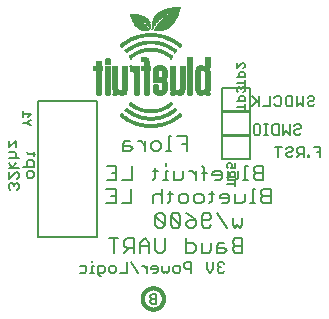
<source format=gbr>
G04 EAGLE Gerber RS-274X export*
G75*
%MOMM*%
%FSLAX34Y34*%
%LPD*%
%INSilkscreen Bottom*%
%IPPOS*%
%AMOC8*
5,1,8,0,0,1.08239X$1,22.5*%
G01*
%ADD10C,0.152400*%
%ADD11C,0.203200*%
%ADD12C,0.127000*%
%ADD13R,0.595000X0.017500*%
%ADD14R,0.945000X0.017500*%
%ADD15R,1.225000X0.017500*%
%ADD16R,1.435000X0.017500*%
%ADD17R,1.610000X0.017500*%
%ADD18R,1.750100X0.017500*%
%ADD19R,1.925000X0.017500*%
%ADD20R,2.065000X0.017500*%
%ADD21R,2.170000X0.017500*%
%ADD22R,2.310000X0.017500*%
%ADD23R,2.415000X0.017500*%
%ADD24R,2.520000X0.017500*%
%ADD25R,2.625000X0.017500*%
%ADD26R,2.730000X0.017500*%
%ADD27R,2.800000X0.017500*%
%ADD28R,1.155000X0.017500*%
%ADD29R,1.032500X0.017500*%
%ADD30R,1.050000X0.017500*%
%ADD31R,0.962500X0.017500*%
%ADD32R,0.892500X0.017500*%
%ADD33R,0.857500X0.017500*%
%ADD34R,0.822500X0.017500*%
%ADD35R,0.787500X0.017500*%
%ADD36R,0.752500X0.017500*%
%ADD37R,0.717500X0.017500*%
%ADD38R,0.700000X0.017500*%
%ADD39R,0.682500X0.017500*%
%ADD40R,0.665000X0.017500*%
%ADD41R,0.647500X0.017500*%
%ADD42R,0.630000X0.017500*%
%ADD43R,0.612500X0.017500*%
%ADD44R,0.577500X0.017500*%
%ADD45R,0.560000X0.017500*%
%ADD46R,0.542500X0.017500*%
%ADD47R,0.525000X0.017500*%
%ADD48R,0.507500X0.017500*%
%ADD49R,1.330000X0.017500*%
%ADD50R,1.505000X0.017500*%
%ADD51R,0.490000X0.017500*%
%ADD52R,1.645000X0.017500*%
%ADD53R,1.785000X0.017500*%
%ADD54R,1.890000X0.017500*%
%ADD55R,0.472500X0.017500*%
%ADD56R,2.030000X0.017500*%
%ADD57R,2.135000X0.017500*%
%ADD58R,2.240000X0.017500*%
%ADD59R,0.455000X0.017500*%
%ADD60R,2.590000X0.017500*%
%ADD61R,0.437500X0.017500*%
%ADD62R,1.015000X0.017500*%
%ADD63R,0.875000X0.017500*%
%ADD64R,0.420000X0.017500*%
%ADD65R,0.770000X0.017500*%
%ADD66R,0.735000X0.017500*%
%ADD67R,0.385000X0.017500*%
%ADD68R,0.367500X0.017500*%
%ADD69R,0.350000X0.017500*%
%ADD70R,0.315000X0.017500*%
%ADD71R,0.262500X0.017500*%
%ADD72R,0.210000X0.017500*%
%ADD73R,0.175000X0.017500*%
%ADD74R,0.140000X0.017500*%
%ADD75R,0.105000X0.017500*%
%ADD76R,1.085000X0.017500*%
%ADD77R,1.365000X0.017500*%
%ADD78R,1.855000X0.017500*%
%ADD79R,2.100000X0.017500*%
%ADD80R,2.205000X0.017500*%
%ADD81R,2.275000X0.017500*%
%ADD82R,1.102500X0.017500*%
%ADD83R,1.120000X0.017500*%
%ADD84R,0.910000X0.017500*%
%ADD85R,0.297500X0.017500*%
%ADD86R,0.227500X0.017500*%
%ADD87R,0.192500X0.017500*%
%ADD88R,0.157500X0.017500*%
%ADD89R,0.122500X0.017500*%
%ADD90R,0.087500X0.017500*%
%ADD91R,0.035000X0.017500*%
%ADD92R,0.402500X0.017500*%
%ADD93R,0.367600X0.017500*%
%ADD94R,0.420100X0.017500*%
%ADD95R,0.437600X0.017500*%
%ADD96R,1.102600X0.017500*%
%ADD97R,1.120100X0.017500*%
%ADD98R,1.137500X0.017500*%
%ADD99R,1.137600X0.017500*%
%ADD100R,0.927500X0.017500*%
%ADD101R,1.155100X0.017500*%
%ADD102R,1.172500X0.017500*%
%ADD103R,1.172600X0.017500*%
%ADD104R,0.997500X0.017500*%
%ADD105R,1.190000X0.017500*%
%ADD106R,1.190100X0.017500*%
%ADD107R,1.207500X0.017500*%
%ADD108R,1.067500X0.017500*%
%ADD109R,1.207600X0.017500*%
%ADD110R,1.225100X0.017500*%
%ADD111R,1.242500X0.017500*%
%ADD112R,1.242600X0.017500*%
%ADD113R,1.260100X0.017500*%
%ADD114R,1.260000X0.017500*%
%ADD115R,0.612600X0.017500*%
%ADD116R,0.560100X0.017500*%
%ADD117R,0.507600X0.017500*%
%ADD118R,0.490100X0.017500*%
%ADD119R,0.455100X0.017500*%
%ADD120R,0.472600X0.017500*%
%ADD121R,0.805000X0.017500*%
%ADD122R,0.525100X0.017500*%
%ADD123R,0.577600X0.017500*%
%ADD124R,0.524900X0.017500*%
%ADD125R,0.840000X0.017500*%
%ADD126R,0.332500X0.017500*%
%ADD127R,0.245000X0.017500*%
%ADD128R,0.017500X0.017500*%
%ADD129R,0.594900X0.017500*%
%ADD130R,1.960000X0.017500*%
%ADD131R,1.540000X0.017500*%
%ADD132R,1.400000X0.017500*%
%ADD133R,0.052500X0.017500*%
%ADD134R,0.280000X0.017500*%
%ADD135R,2.432500X0.017500*%
%ADD136R,2.345000X0.017500*%
%ADD137R,1.680000X0.017500*%
%ADD138R,0.980000X0.017500*%
%ADD139R,2.835000X0.017500*%
%ADD140R,0.070000X0.017500*%
%ADD141R,1.277500X0.017500*%
%ADD142R,1.224900X0.017500*%
%ADD143R,0.665100X0.017500*%
%ADD144R,1.697500X0.017500*%
%ADD145R,1.662500X0.017500*%
%ADD146R,1.627500X0.017500*%
%ADD147R,1.592500X0.017500*%
%ADD148R,1.557400X0.017500*%
%ADD149R,1.470000X0.017500*%
%ADD150R,1.312500X0.017500*%
%ADD151C,0.304800*%


D10*
X-105918Y-9001D02*
X-105918Y-6120D01*
X-104477Y-4679D01*
X-101596Y-4679D01*
X-100156Y-6120D01*
X-100156Y-9001D01*
X-101596Y-10442D01*
X-104477Y-10442D01*
X-105918Y-9001D01*
X-108799Y-1086D02*
X-100156Y-1086D01*
X-100156Y3235D01*
X-101596Y4676D01*
X-104477Y4676D01*
X-105918Y3235D01*
X-105918Y-1086D01*
X-104477Y9709D02*
X-98715Y9709D01*
X-104477Y9709D02*
X-105918Y11150D01*
X-100156Y11150D02*
X-100156Y8269D01*
X-112515Y-19136D02*
X-113955Y-20576D01*
X-112515Y-19136D02*
X-112515Y-16255D01*
X-113955Y-14814D01*
X-115396Y-14814D01*
X-116836Y-16255D01*
X-116836Y-17695D01*
X-116836Y-16255D02*
X-118277Y-14814D01*
X-119717Y-14814D01*
X-121158Y-16255D01*
X-121158Y-19136D01*
X-119717Y-20576D01*
X-121158Y-11221D02*
X-121158Y-5459D01*
X-121158Y-11221D02*
X-115396Y-5459D01*
X-113955Y-5459D01*
X-112515Y-6900D01*
X-112515Y-9781D01*
X-113955Y-11221D01*
X-112515Y-1866D02*
X-121158Y-1866D01*
X-118277Y-1866D02*
X-121158Y2456D01*
X-118277Y-1866D02*
X-115396Y2456D01*
X-112515Y5930D02*
X-121158Y5930D01*
X-116836Y5930D02*
X-115396Y7371D01*
X-115396Y10252D01*
X-116836Y11692D01*
X-121158Y11692D01*
X-115396Y15285D02*
X-115396Y21047D01*
X-121158Y15285D01*
X-121158Y21047D01*
X131906Y57495D02*
X133346Y58935D01*
X136227Y58935D01*
X137668Y57495D01*
X137668Y56054D01*
X136227Y54614D01*
X133346Y54614D01*
X131906Y53173D01*
X131906Y51733D01*
X133346Y50292D01*
X136227Y50292D01*
X137668Y51733D01*
X128313Y50292D02*
X128313Y58935D01*
X125432Y53173D02*
X128313Y50292D01*
X125432Y53173D02*
X122551Y50292D01*
X122551Y58935D01*
X118958Y58935D02*
X118958Y50292D01*
X114636Y50292D01*
X113195Y51733D01*
X113195Y57495D01*
X114636Y58935D01*
X118958Y58935D01*
X105281Y58935D02*
X103840Y57495D01*
X105281Y58935D02*
X108162Y58935D01*
X109602Y57495D01*
X109602Y51733D01*
X108162Y50292D01*
X105281Y50292D01*
X103840Y51733D01*
X100247Y50292D02*
X100247Y58935D01*
X100247Y50292D02*
X94485Y50292D01*
X90892Y50292D02*
X90892Y58935D01*
X90892Y53173D02*
X85130Y58935D01*
X89452Y54614D02*
X85130Y50292D01*
X120476Y33365D02*
X121916Y34805D01*
X124797Y34805D01*
X126238Y33365D01*
X126238Y31924D01*
X124797Y30484D01*
X121916Y30484D01*
X120476Y29043D01*
X120476Y27603D01*
X121916Y26162D01*
X124797Y26162D01*
X126238Y27603D01*
X116883Y26162D02*
X116883Y34805D01*
X114002Y29043D02*
X116883Y26162D01*
X114002Y29043D02*
X111121Y26162D01*
X111121Y34805D01*
X107528Y34805D02*
X107528Y26162D01*
X103206Y26162D01*
X101765Y27603D01*
X101765Y33365D01*
X103206Y34805D01*
X107528Y34805D01*
X98172Y26162D02*
X95291Y26162D01*
X96732Y26162D02*
X96732Y34805D01*
X98172Y34805D02*
X95291Y34805D01*
X90495Y34805D02*
X87614Y34805D01*
X90495Y34805D02*
X91936Y33365D01*
X91936Y27603D01*
X90495Y26162D01*
X87614Y26162D01*
X86173Y27603D01*
X86173Y33365D01*
X87614Y34805D01*
X142748Y15755D02*
X142748Y7112D01*
X142748Y15755D02*
X136986Y15755D01*
X139867Y11434D02*
X142748Y11434D01*
X133393Y8553D02*
X133393Y7112D01*
X133393Y8553D02*
X131952Y8553D01*
X131952Y7112D01*
X133393Y7112D01*
X128715Y7112D02*
X128715Y15755D01*
X124394Y15755D01*
X122953Y14315D01*
X122953Y11434D01*
X124394Y9993D01*
X128715Y9993D01*
X125834Y9993D02*
X122953Y7112D01*
X115038Y15755D02*
X113598Y14315D01*
X115038Y15755D02*
X117919Y15755D01*
X119360Y14315D01*
X119360Y12874D01*
X117919Y11434D01*
X115038Y11434D01*
X113598Y9993D01*
X113598Y8553D01*
X115038Y7112D01*
X117919Y7112D01*
X119360Y8553D01*
X107124Y7112D02*
X107124Y15755D01*
X110005Y15755D02*
X104243Y15755D01*
D11*
X100584Y-19802D02*
X100584Y-32004D01*
X100584Y-19802D02*
X94483Y-19802D01*
X92449Y-21835D01*
X92449Y-23869D01*
X94483Y-25903D01*
X92449Y-27937D01*
X92449Y-29970D01*
X94483Y-32004D01*
X100584Y-32004D01*
X100584Y-25903D02*
X94483Y-25903D01*
X87487Y-19802D02*
X85453Y-19802D01*
X85453Y-32004D01*
X87487Y-32004D02*
X83419Y-32004D01*
X78755Y-29970D02*
X78755Y-23869D01*
X78755Y-29970D02*
X76722Y-32004D01*
X70620Y-32004D01*
X70620Y-23869D01*
X63624Y-32004D02*
X59557Y-32004D01*
X63624Y-32004D02*
X65658Y-29970D01*
X65658Y-25903D01*
X63624Y-23869D01*
X59557Y-23869D01*
X57523Y-25903D01*
X57523Y-27937D01*
X65658Y-27937D01*
X50527Y-29970D02*
X50527Y-21835D01*
X50527Y-29970D02*
X48493Y-32004D01*
X48493Y-23869D02*
X52561Y-23869D01*
X41796Y-32004D02*
X37728Y-32004D01*
X35694Y-29970D01*
X35694Y-25903D01*
X37728Y-23869D01*
X41796Y-23869D01*
X43829Y-25903D01*
X43829Y-29970D01*
X41796Y-32004D01*
X28698Y-32004D02*
X24631Y-32004D01*
X22597Y-29970D01*
X22597Y-25903D01*
X24631Y-23869D01*
X28698Y-23869D01*
X30732Y-25903D01*
X30732Y-29970D01*
X28698Y-32004D01*
X15601Y-29970D02*
X15601Y-21835D01*
X15601Y-29970D02*
X13567Y-32004D01*
X13567Y-23869D02*
X17635Y-23869D01*
X8903Y-19802D02*
X8903Y-32004D01*
X8903Y-25903D02*
X6870Y-23869D01*
X2802Y-23869D01*
X768Y-25903D01*
X768Y-32004D01*
X-17291Y-32004D02*
X-17291Y-19802D01*
X-17291Y-32004D02*
X-25426Y-32004D01*
X-30389Y-19802D02*
X-38523Y-19802D01*
X-30389Y-19802D02*
X-30389Y-32004D01*
X-38523Y-32004D01*
X-34456Y-25903D02*
X-30389Y-25903D01*
X94415Y-12446D02*
X94415Y-244D01*
X88314Y-244D01*
X86280Y-2277D01*
X86280Y-4311D01*
X88314Y-6345D01*
X86280Y-8379D01*
X86280Y-10412D01*
X88314Y-12446D01*
X94415Y-12446D01*
X94415Y-6345D02*
X88314Y-6345D01*
X81317Y-244D02*
X79284Y-244D01*
X79284Y-12446D01*
X81317Y-12446D02*
X77250Y-12446D01*
X72586Y-10412D02*
X72586Y-4311D01*
X72586Y-10412D02*
X70552Y-12446D01*
X64451Y-12446D01*
X64451Y-4311D01*
X57455Y-12446D02*
X53388Y-12446D01*
X57455Y-12446D02*
X59489Y-10412D01*
X59489Y-6345D01*
X57455Y-4311D01*
X53388Y-4311D01*
X51354Y-6345D01*
X51354Y-8379D01*
X59489Y-8379D01*
X44358Y-12446D02*
X44358Y-2277D01*
X42324Y-244D01*
X42324Y-6345D02*
X46391Y-6345D01*
X37660Y-4311D02*
X37660Y-12446D01*
X37660Y-8379D02*
X33592Y-4311D01*
X31559Y-4311D01*
X26746Y-4311D02*
X26746Y-10412D01*
X24712Y-12446D01*
X18611Y-12446D01*
X18611Y-4311D01*
X13648Y-4311D02*
X11615Y-4311D01*
X11615Y-12446D01*
X13648Y-12446D02*
X9581Y-12446D01*
X11615Y-244D02*
X11615Y1790D01*
X2883Y-2277D02*
X2883Y-10412D01*
X849Y-12446D01*
X849Y-4311D02*
X4917Y-4311D01*
X-16912Y-244D02*
X-16912Y-12446D01*
X-25047Y-12446D01*
X-30009Y-244D02*
X-38144Y-244D01*
X-30009Y-244D02*
X-30009Y-12446D01*
X-38144Y-12446D01*
X-34077Y-6345D02*
X-30009Y-6345D01*
X76454Y-44443D02*
X76454Y-50544D01*
X74420Y-52578D01*
X72387Y-50544D01*
X70353Y-52578D01*
X68319Y-50544D01*
X68319Y-44443D01*
X63357Y-52578D02*
X55222Y-40376D01*
X50260Y-50544D02*
X48226Y-52578D01*
X44158Y-52578D01*
X42125Y-50544D01*
X42125Y-42409D01*
X44158Y-40376D01*
X48226Y-40376D01*
X50260Y-42409D01*
X50260Y-44443D01*
X48226Y-46477D01*
X42125Y-46477D01*
X33095Y-42409D02*
X29027Y-40376D01*
X33095Y-42409D02*
X37162Y-46477D01*
X37162Y-50544D01*
X35129Y-52578D01*
X31061Y-52578D01*
X29027Y-50544D01*
X29027Y-48511D01*
X31061Y-46477D01*
X37162Y-46477D01*
X24065Y-50544D02*
X24065Y-42409D01*
X22031Y-40376D01*
X17964Y-40376D01*
X15930Y-42409D01*
X15930Y-50544D01*
X17964Y-52578D01*
X22031Y-52578D01*
X24065Y-50544D01*
X15930Y-42409D01*
X10968Y-42409D02*
X10968Y-50544D01*
X10968Y-42409D02*
X8934Y-40376D01*
X4867Y-40376D01*
X2833Y-42409D01*
X2833Y-50544D01*
X4867Y-52578D01*
X8934Y-52578D01*
X10968Y-50544D01*
X2833Y-42409D01*
X76454Y-61712D02*
X76454Y-73914D01*
X76454Y-61712D02*
X70353Y-61712D01*
X68319Y-63745D01*
X68319Y-65779D01*
X70353Y-67813D01*
X68319Y-69847D01*
X68319Y-71880D01*
X70353Y-73914D01*
X76454Y-73914D01*
X76454Y-67813D02*
X70353Y-67813D01*
X61323Y-65779D02*
X57256Y-65779D01*
X55222Y-67813D01*
X55222Y-73914D01*
X61323Y-73914D01*
X63357Y-71880D01*
X61323Y-69847D01*
X55222Y-69847D01*
X50260Y-71880D02*
X50260Y-65779D01*
X50260Y-71880D02*
X48226Y-73914D01*
X42125Y-73914D01*
X42125Y-65779D01*
X29027Y-61712D02*
X29027Y-73914D01*
X35129Y-73914D01*
X37162Y-71880D01*
X37162Y-67813D01*
X35129Y-65779D01*
X29027Y-65779D01*
X10968Y-61712D02*
X10968Y-71880D01*
X8934Y-73914D01*
X4867Y-73914D01*
X2833Y-71880D01*
X2833Y-61712D01*
X-2130Y-65779D02*
X-2130Y-73914D01*
X-2130Y-65779D02*
X-6197Y-61712D01*
X-10264Y-65779D01*
X-10264Y-73914D01*
X-10264Y-67813D02*
X-2130Y-67813D01*
X-15227Y-73914D02*
X-15227Y-61712D01*
X-21328Y-61712D01*
X-23362Y-63745D01*
X-23362Y-67813D01*
X-21328Y-69847D01*
X-15227Y-69847D01*
X-19294Y-69847D02*
X-23362Y-73914D01*
X-32391Y-73914D02*
X-32391Y-61712D01*
X-28324Y-61712D02*
X-36459Y-61712D01*
D10*
X60027Y-82035D02*
X61468Y-83475D01*
X60027Y-82035D02*
X57146Y-82035D01*
X55706Y-83475D01*
X55706Y-84916D01*
X57146Y-86356D01*
X58587Y-86356D01*
X57146Y-86356D02*
X55706Y-87797D01*
X55706Y-89237D01*
X57146Y-90678D01*
X60027Y-90678D01*
X61468Y-89237D01*
X52113Y-87797D02*
X52113Y-82035D01*
X52113Y-87797D02*
X49232Y-90678D01*
X46351Y-87797D01*
X46351Y-82035D01*
X33402Y-82035D02*
X33402Y-90678D01*
X33402Y-82035D02*
X29081Y-82035D01*
X27640Y-83475D01*
X27640Y-86356D01*
X29081Y-87797D01*
X33402Y-87797D01*
X22607Y-90678D02*
X19726Y-90678D01*
X18285Y-89237D01*
X18285Y-86356D01*
X19726Y-84916D01*
X22607Y-84916D01*
X24047Y-86356D01*
X24047Y-89237D01*
X22607Y-90678D01*
X14692Y-89237D02*
X14692Y-84916D01*
X14692Y-89237D02*
X13252Y-90678D01*
X11811Y-89237D01*
X10370Y-90678D01*
X8930Y-89237D01*
X8930Y-84916D01*
X3896Y-90678D02*
X1015Y-90678D01*
X3896Y-90678D02*
X5337Y-89237D01*
X5337Y-86356D01*
X3896Y-84916D01*
X1015Y-84916D01*
X-425Y-86356D01*
X-425Y-87797D01*
X5337Y-87797D01*
X-4018Y-90678D02*
X-4018Y-84916D01*
X-4018Y-87797D02*
X-6899Y-84916D01*
X-8340Y-84916D01*
X-11814Y-90678D02*
X-17577Y-82035D01*
X-21169Y-82035D02*
X-21169Y-90678D01*
X-26932Y-90678D01*
X-31965Y-90678D02*
X-34846Y-90678D01*
X-36287Y-89237D01*
X-36287Y-86356D01*
X-34846Y-84916D01*
X-31965Y-84916D01*
X-30525Y-86356D01*
X-30525Y-89237D01*
X-31965Y-90678D01*
X-42761Y-93559D02*
X-44202Y-93559D01*
X-45642Y-92119D01*
X-45642Y-84916D01*
X-41320Y-84916D01*
X-39880Y-86356D01*
X-39880Y-89237D01*
X-41320Y-90678D01*
X-45642Y-90678D01*
X-49235Y-84916D02*
X-50676Y-84916D01*
X-50676Y-90678D01*
X-52116Y-90678D02*
X-49235Y-90678D01*
X-50676Y-82035D02*
X-50676Y-80594D01*
X-56912Y-84916D02*
X-61234Y-84916D01*
X-56912Y-84916D02*
X-55472Y-86356D01*
X-55472Y-89237D01*
X-56912Y-90678D01*
X-61234Y-90678D01*
D11*
X29464Y12446D02*
X29464Y24648D01*
X21329Y24648D01*
X25397Y18547D02*
X29464Y18547D01*
X16367Y24648D02*
X14333Y24648D01*
X14333Y12446D01*
X16367Y12446D02*
X12299Y12446D01*
X5602Y12446D02*
X1534Y12446D01*
X-500Y14480D01*
X-500Y18547D01*
X1534Y20581D01*
X5602Y20581D01*
X7635Y18547D01*
X7635Y14480D01*
X5602Y12446D01*
X-5462Y12446D02*
X-5462Y20581D01*
X-9529Y20581D02*
X-5462Y16513D01*
X-9529Y20581D02*
X-11563Y20581D01*
X-18410Y20581D02*
X-22478Y20581D01*
X-24511Y18547D01*
X-24511Y12446D01*
X-18410Y12446D01*
X-16376Y14480D01*
X-18410Y16513D01*
X-24511Y16513D01*
X-46120Y54680D02*
X-46120Y-60320D01*
X-96120Y-60320D01*
X-96120Y54680D01*
X-46120Y54680D01*
D10*
X-102276Y33974D02*
X-103378Y33974D01*
X-105581Y36177D01*
X-103378Y38380D01*
X-102276Y38380D01*
X-105581Y36177D02*
X-108886Y36177D01*
X-104480Y41458D02*
X-102276Y43661D01*
X-108886Y43661D01*
X-108886Y41458D02*
X-108886Y45864D01*
D12*
X83120Y46380D02*
X83120Y65380D01*
X59120Y65380D01*
X59120Y46380D01*
X83120Y46380D01*
D10*
X78492Y69845D02*
X71882Y69845D01*
X78492Y67642D02*
X78492Y72048D01*
X78492Y75126D02*
X71882Y75126D01*
X78492Y75126D02*
X78492Y78431D01*
X77390Y79533D01*
X75187Y79533D01*
X74085Y78431D01*
X74085Y75126D01*
X71882Y82610D02*
X71882Y87017D01*
X76288Y87017D02*
X71882Y82610D01*
X76288Y87017D02*
X77390Y87017D01*
X78492Y85915D01*
X78492Y83712D01*
X77390Y82610D01*
D12*
X83120Y45060D02*
X83120Y26060D01*
X83120Y45060D02*
X59120Y45060D01*
X59120Y26060D01*
X83120Y26060D01*
D10*
X78492Y49525D02*
X71882Y49525D01*
X78492Y47322D02*
X78492Y51728D01*
X78492Y54806D02*
X71882Y54806D01*
X78492Y54806D02*
X78492Y58111D01*
X77390Y59213D01*
X75187Y59213D01*
X74085Y58111D01*
X74085Y54806D01*
X77390Y62290D02*
X78492Y63392D01*
X78492Y65595D01*
X77390Y66697D01*
X76288Y66697D01*
X75187Y65595D01*
X75187Y64494D01*
X75187Y65595D02*
X74085Y66697D01*
X72984Y66697D01*
X71882Y65595D01*
X71882Y63392D01*
X72984Y62290D01*
D12*
X59120Y24740D02*
X59120Y5740D01*
X83120Y5740D01*
X83120Y24740D01*
X59120Y24740D01*
D10*
X63754Y-15247D02*
X70364Y-15247D01*
X70364Y-17450D02*
X70364Y-13044D01*
X70364Y-9966D02*
X63754Y-9966D01*
X70364Y-9966D02*
X70364Y-6662D01*
X69262Y-5560D01*
X67059Y-5560D01*
X65957Y-6662D01*
X65957Y-9966D01*
X70364Y-2482D02*
X70364Y1924D01*
X70364Y-2482D02*
X67059Y-2482D01*
X68160Y-279D01*
X68160Y823D01*
X67059Y1924D01*
X64856Y1924D01*
X63754Y823D01*
X63754Y-1381D01*
X64856Y-2482D01*
D13*
X-783Y31750D03*
D14*
X-783Y31925D03*
D15*
X-783Y32100D03*
D16*
X-783Y32275D03*
D17*
X-783Y32450D03*
D18*
X-783Y32625D03*
D19*
X-783Y32800D03*
D20*
X-783Y32975D03*
D21*
X-783Y33150D03*
D22*
X-783Y33325D03*
D23*
X-783Y33500D03*
D24*
X-783Y33675D03*
D25*
X-783Y33850D03*
D26*
X-783Y34025D03*
D27*
X-783Y34200D03*
D28*
X7967Y34375D03*
X-9533Y34375D03*
D29*
X8930Y34550D03*
D30*
X-10583Y34550D03*
D31*
X9805Y34725D03*
X-11371Y34725D03*
D32*
X10505Y34900D03*
X-12071Y34900D03*
D33*
X11205Y35075D03*
X-12771Y35075D03*
D34*
X11730Y35250D03*
X-13296Y35250D03*
D35*
X12255Y35425D03*
X-13821Y35425D03*
D36*
X12780Y35600D03*
X-14346Y35600D03*
D37*
X13305Y35775D03*
X-14871Y35775D03*
D38*
X13742Y35950D03*
X-15308Y35950D03*
D39*
X14180Y36125D03*
X-15746Y36125D03*
D40*
X14617Y36300D03*
X-16183Y36300D03*
D41*
X15055Y36475D03*
X-16621Y36475D03*
D42*
X15492Y36650D03*
X-17058Y36650D03*
D43*
X15755Y36825D03*
X-17321Y36825D03*
D13*
X16192Y37000D03*
X-17758Y37000D03*
X16542Y37175D03*
X-18108Y37175D03*
D44*
X16805Y37350D03*
X-18371Y37350D03*
D45*
X17242Y37525D03*
X-18808Y37525D03*
X17592Y37700D03*
X-19158Y37700D03*
D46*
X17855Y37875D03*
X-19421Y37875D03*
X18205Y38050D03*
D42*
X-783Y38050D03*
D46*
X-19771Y38050D03*
D47*
X18467Y38225D03*
D14*
X-783Y38225D03*
D47*
X-20033Y38225D03*
X18817Y38400D03*
D28*
X-783Y38400D03*
D47*
X-20383Y38400D03*
D48*
X19080Y38575D03*
D49*
X-783Y38575D03*
D48*
X-20646Y38575D03*
X19430Y38750D03*
D50*
X-783Y38750D03*
D48*
X-20996Y38750D03*
D51*
X19692Y38925D03*
D52*
X-783Y38925D03*
D51*
X-21258Y38925D03*
D48*
X19955Y39100D03*
D53*
X-783Y39100D03*
D48*
X-21521Y39100D03*
D51*
X20217Y39275D03*
D54*
X-783Y39275D03*
D51*
X-21783Y39275D03*
D55*
X20480Y39450D03*
D56*
X-783Y39450D03*
D55*
X-22046Y39450D03*
D51*
X20742Y39625D03*
D57*
X-783Y39625D03*
D55*
X-22396Y39625D03*
X21005Y39800D03*
D58*
X-783Y39800D03*
D55*
X-22571Y39800D03*
D59*
X21267Y39975D03*
D22*
X-783Y39975D03*
D59*
X-22833Y39975D03*
D55*
X21530Y40150D03*
D23*
X-783Y40150D03*
D55*
X-23096Y40150D03*
D59*
X21792Y40325D03*
D24*
X-783Y40325D03*
D59*
X-23358Y40325D03*
X21967Y40500D03*
D60*
X-783Y40500D03*
D59*
X-23533Y40500D03*
D61*
X22230Y40675D03*
D62*
X7442Y40675D03*
X-9008Y40675D03*
D61*
X-23796Y40675D03*
D59*
X22492Y40850D03*
D14*
X8317Y40850D03*
X-9883Y40850D03*
D59*
X-24058Y40850D03*
D61*
X22755Y41025D03*
D63*
X9017Y41025D03*
X-10583Y41025D03*
D61*
X-24321Y41025D03*
X22930Y41200D03*
D34*
X9630Y41200D03*
X-11196Y41200D03*
D61*
X-24496Y41200D03*
D64*
X23192Y41375D03*
D65*
X10242Y41375D03*
X-11808Y41375D03*
D64*
X-24758Y41375D03*
X23367Y41550D03*
D66*
X10767Y41550D03*
X-12333Y41550D03*
D64*
X-24933Y41550D03*
X23542Y41725D03*
D37*
X11205Y41725D03*
X-12771Y41725D03*
D64*
X-25108Y41725D03*
D67*
X23717Y41900D03*
D39*
X11730Y41900D03*
X-13296Y41900D03*
D67*
X-25283Y41900D03*
D68*
X23805Y42075D03*
D40*
X12167Y42075D03*
X-13733Y42075D03*
D68*
X-25371Y42075D03*
D69*
X23892Y42250D03*
D42*
X12517Y42250D03*
X-14083Y42250D03*
D69*
X-25458Y42250D03*
D70*
X23892Y42425D03*
D43*
X12955Y42425D03*
X-14521Y42425D03*
D70*
X-25458Y42425D03*
D71*
X23980Y42600D03*
D43*
X13305Y42600D03*
X-14871Y42600D03*
D71*
X-25546Y42600D03*
D72*
X23892Y42775D03*
D13*
X13742Y42775D03*
X-15308Y42775D03*
D72*
X-25458Y42775D03*
D73*
X23892Y42950D03*
D44*
X14005Y42950D03*
X-15571Y42950D03*
D73*
X-25458Y42950D03*
D74*
X23892Y43125D03*
D45*
X14442Y43125D03*
X-16008Y43125D03*
D74*
X-25458Y43125D03*
D75*
X23892Y43300D03*
D46*
X14705Y43300D03*
X-16271Y43300D03*
D75*
X-25458Y43300D03*
D46*
X15055Y43475D03*
X-16621Y43475D03*
D47*
X15317Y43650D03*
X-16883Y43650D03*
X15667Y43825D03*
X-17233Y43825D03*
D48*
X15930Y44000D03*
X-17496Y44000D03*
X16280Y44175D03*
D42*
X-783Y44175D03*
D48*
X-17846Y44175D03*
D51*
X16542Y44350D03*
D63*
X-783Y44350D03*
D51*
X-18108Y44350D03*
D55*
X16805Y44525D03*
D76*
X-783Y44525D03*
D55*
X-18371Y44525D03*
D51*
X17067Y44700D03*
D15*
X-783Y44700D03*
D51*
X-18633Y44700D03*
D55*
X17330Y44875D03*
D77*
X-783Y44875D03*
D55*
X-18896Y44875D03*
D59*
X17592Y45050D03*
D50*
X-783Y45050D03*
D59*
X-19158Y45050D03*
D55*
X17855Y45225D03*
D17*
X-783Y45225D03*
D55*
X-19421Y45225D03*
D59*
X18117Y45400D03*
D18*
X-783Y45400D03*
D59*
X-19683Y45400D03*
X18292Y45575D03*
D78*
X-783Y45575D03*
D59*
X-19858Y45575D03*
D61*
X18555Y45750D03*
D19*
X-783Y45750D03*
D61*
X-20121Y45750D03*
X18730Y45925D03*
D56*
X-783Y45925D03*
D61*
X-20296Y45925D03*
D64*
X18992Y46100D03*
D79*
X-783Y46100D03*
D61*
X-20646Y46100D03*
D64*
X19167Y46275D03*
D80*
X-783Y46275D03*
D64*
X-20733Y46275D03*
D67*
X19342Y46450D03*
D81*
X-783Y46450D03*
D67*
X-20908Y46450D03*
D68*
X19430Y46625D03*
D82*
X5430Y46625D03*
D83*
X-6908Y46625D03*
D68*
X-20996Y46625D03*
D69*
X19517Y46800D03*
D84*
X6742Y46800D03*
X-8308Y46800D03*
D69*
X-21083Y46800D03*
D85*
X19605Y46975D03*
D34*
X7530Y46975D03*
X-9096Y46975D03*
D85*
X-21171Y46975D03*
D71*
X19605Y47150D03*
D65*
X8142Y47150D03*
X-9708Y47150D03*
D71*
X-21171Y47150D03*
D86*
X19605Y47325D03*
D66*
X8667Y47325D03*
X-10233Y47325D03*
D86*
X-21171Y47325D03*
D87*
X19605Y47500D03*
D38*
X9192Y47500D03*
X-10758Y47500D03*
D87*
X-21171Y47500D03*
D88*
X19780Y47675D03*
D40*
X9717Y47675D03*
X-11283Y47675D03*
D88*
X-21346Y47675D03*
D89*
X19780Y47850D03*
D42*
X10067Y47850D03*
X-11633Y47850D03*
D89*
X-21346Y47850D03*
D90*
X19780Y48025D03*
D43*
X10505Y48025D03*
X-12071Y48025D03*
D90*
X-21346Y48025D03*
D91*
X19867Y48200D03*
D13*
X10767Y48200D03*
D43*
X-12421Y48200D03*
D91*
X-21433Y48200D03*
D44*
X11205Y48375D03*
X-12771Y48375D03*
X11555Y48550D03*
X-13121Y48550D03*
D46*
X11905Y48725D03*
X-13471Y48725D03*
X12255Y48900D03*
X-13821Y48900D03*
D47*
X12517Y49075D03*
X-14083Y49075D03*
D48*
X12780Y49250D03*
X-14346Y49250D03*
X13130Y49425D03*
X-14696Y49425D03*
D51*
X13392Y49600D03*
X-14958Y49600D03*
D55*
X13655Y49775D03*
X-15221Y49775D03*
X14005Y49950D03*
X-15571Y49950D03*
X14180Y50125D03*
X-15746Y50125D03*
D59*
X14442Y50300D03*
X-16008Y50300D03*
D61*
X14705Y50475D03*
X-16271Y50475D03*
X14880Y50650D03*
X-16446Y50650D03*
X15230Y50825D03*
X-16796Y50825D03*
X15405Y51000D03*
X-16971Y51000D03*
D64*
X15492Y51175D03*
X-17233Y51175D03*
D92*
X15755Y51350D03*
X-17321Y51350D03*
D67*
X15842Y51525D03*
X-17408Y51525D03*
D69*
X16017Y51700D03*
X-17583Y51700D03*
D70*
X16017Y51875D03*
X-17583Y51875D03*
D85*
X16105Y52050D03*
X-17671Y52050D03*
D71*
X16105Y52225D03*
X-17671Y52225D03*
D86*
X16280Y52400D03*
X-17846Y52400D03*
D87*
X16280Y52575D03*
X-17846Y52575D03*
D88*
X16280Y52750D03*
D73*
X-17933Y52750D03*
D74*
X16367Y52925D03*
X-17933Y52925D03*
D75*
X16367Y53100D03*
X-17933Y53100D03*
D90*
X16455Y53275D03*
X-18021Y53275D03*
D71*
X41830Y59050D03*
X23630Y59050D03*
D92*
X7180Y59050D03*
D71*
X-25021Y59050D03*
D67*
X47517Y59225D03*
D92*
X41830Y59225D03*
D67*
X32642Y59225D03*
D92*
X23630Y59225D03*
D67*
X17767Y59225D03*
D46*
X7180Y59225D03*
D67*
X-3933Y59225D03*
X-12683Y59225D03*
D92*
X-25021Y59225D03*
D67*
X-30883Y59225D03*
D93*
X-37445Y59225D03*
D68*
X-45146Y59225D03*
D94*
X47518Y59400D03*
D55*
X41830Y59400D03*
D64*
X32642Y59400D03*
D51*
X23542Y59400D03*
D64*
X17767Y59400D03*
D41*
X7180Y59400D03*
D64*
X-3933Y59400D03*
X-12683Y59400D03*
D51*
X-25108Y59400D03*
D64*
X-30883Y59400D03*
D61*
X-37446Y59400D03*
D64*
X-45058Y59400D03*
D95*
X47430Y59575D03*
D46*
X41830Y59575D03*
D61*
X32555Y59575D03*
D45*
X23542Y59575D03*
D61*
X17855Y59575D03*
D37*
X7180Y59575D03*
D61*
X-3846Y59575D03*
X-12771Y59575D03*
D45*
X-25108Y59575D03*
D61*
X-30796Y59575D03*
X-37446Y59575D03*
X-45146Y59575D03*
D95*
X47430Y59750D03*
D13*
X41917Y59750D03*
D61*
X32555Y59750D03*
D42*
X23542Y59750D03*
D61*
X17855Y59750D03*
D35*
X7180Y59750D03*
D59*
X-3933Y59750D03*
D61*
X-12771Y59750D03*
D42*
X-25108Y59750D03*
D61*
X-30796Y59750D03*
X-37446Y59750D03*
X-45146Y59750D03*
D96*
X44105Y59925D03*
D61*
X32555Y59925D03*
D40*
X23542Y59925D03*
D61*
X17855Y59925D03*
D34*
X7180Y59925D03*
D59*
X-3933Y59925D03*
D61*
X-12771Y59925D03*
D40*
X-25108Y59925D03*
D61*
X-30796Y59925D03*
X-37446Y59925D03*
X-45146Y59925D03*
D97*
X44018Y60100D03*
D61*
X32555Y60100D03*
D98*
X21355Y60100D03*
D32*
X7180Y60100D03*
D59*
X-3933Y60100D03*
D61*
X-12771Y60100D03*
D98*
X-27296Y60100D03*
D61*
X-37446Y60100D03*
X-45146Y60100D03*
D99*
X43930Y60275D03*
D61*
X32555Y60275D03*
D28*
X21442Y60275D03*
D100*
X7180Y60275D03*
D59*
X-3933Y60275D03*
D61*
X-12771Y60275D03*
D28*
X-27208Y60275D03*
D61*
X-37446Y60275D03*
X-45146Y60275D03*
D101*
X43843Y60450D03*
D61*
X32555Y60450D03*
D102*
X21530Y60450D03*
D31*
X7180Y60450D03*
D59*
X-3933Y60450D03*
D61*
X-12771Y60450D03*
D102*
X-27121Y60450D03*
D61*
X-37446Y60450D03*
X-45146Y60450D03*
D103*
X43755Y60625D03*
D61*
X32555Y60625D03*
D102*
X21530Y60625D03*
D104*
X7180Y60625D03*
D59*
X-3933Y60625D03*
D61*
X-12771Y60625D03*
D102*
X-27121Y60625D03*
D61*
X-37446Y60625D03*
X-45146Y60625D03*
D103*
X43755Y60800D03*
D61*
X32555Y60800D03*
D105*
X21617Y60800D03*
D29*
X7180Y60800D03*
D59*
X-3933Y60800D03*
D61*
X-12771Y60800D03*
D105*
X-27033Y60800D03*
D61*
X-37446Y60800D03*
X-45146Y60800D03*
D106*
X43668Y60975D03*
D61*
X32555Y60975D03*
D105*
X21617Y60975D03*
D29*
X7180Y60975D03*
D59*
X-3933Y60975D03*
D61*
X-12771Y60975D03*
D105*
X-27033Y60975D03*
D61*
X-37446Y60975D03*
X-45146Y60975D03*
D106*
X43668Y61150D03*
D61*
X32555Y61150D03*
D107*
X21705Y61150D03*
D108*
X7180Y61150D03*
D59*
X-3933Y61150D03*
D61*
X-12771Y61150D03*
D107*
X-26946Y61150D03*
D61*
X-37446Y61150D03*
X-45146Y61150D03*
D109*
X43580Y61325D03*
D61*
X32555Y61325D03*
D107*
X21705Y61325D03*
D82*
X7180Y61325D03*
D59*
X-3933Y61325D03*
D61*
X-12771Y61325D03*
D107*
X-26946Y61325D03*
D61*
X-37446Y61325D03*
X-45146Y61325D03*
D109*
X43580Y61500D03*
D61*
X32555Y61500D03*
D15*
X21792Y61500D03*
D82*
X7180Y61500D03*
D59*
X-3933Y61500D03*
D61*
X-12771Y61500D03*
D15*
X-26858Y61500D03*
D61*
X-37446Y61500D03*
X-45146Y61500D03*
D110*
X43493Y61675D03*
D61*
X32555Y61675D03*
D15*
X21792Y61675D03*
D98*
X7180Y61675D03*
D59*
X-3933Y61675D03*
D61*
X-12771Y61675D03*
D15*
X-26858Y61675D03*
D61*
X-37446Y61675D03*
X-45146Y61675D03*
D110*
X43493Y61850D03*
D61*
X32555Y61850D03*
D15*
X21792Y61850D03*
D98*
X7180Y61850D03*
D59*
X-3933Y61850D03*
D61*
X-12771Y61850D03*
D15*
X-26858Y61850D03*
D61*
X-37446Y61850D03*
X-45146Y61850D03*
D110*
X43493Y62025D03*
D61*
X32555Y62025D03*
D111*
X21880Y62025D03*
D102*
X7180Y62025D03*
D59*
X-3933Y62025D03*
D61*
X-12771Y62025D03*
D111*
X-26771Y62025D03*
D61*
X-37446Y62025D03*
X-45146Y62025D03*
D112*
X43405Y62200D03*
D61*
X32555Y62200D03*
D111*
X21880Y62200D03*
D102*
X7180Y62200D03*
D59*
X-3933Y62200D03*
D61*
X-12771Y62200D03*
D111*
X-26771Y62200D03*
D61*
X-37446Y62200D03*
X-45146Y62200D03*
D112*
X43405Y62375D03*
D61*
X32555Y62375D03*
D111*
X21880Y62375D03*
D102*
X7180Y62375D03*
D59*
X-3933Y62375D03*
D61*
X-12771Y62375D03*
D111*
X-26771Y62375D03*
D61*
X-37446Y62375D03*
X-45146Y62375D03*
D112*
X43405Y62550D03*
D61*
X32555Y62550D03*
D111*
X21880Y62550D03*
D105*
X7092Y62550D03*
D59*
X-3933Y62550D03*
D61*
X-12771Y62550D03*
D111*
X-26771Y62550D03*
D61*
X-37446Y62550D03*
X-45146Y62550D03*
D112*
X43405Y62725D03*
D61*
X32555Y62725D03*
D111*
X21880Y62725D03*
D107*
X7180Y62725D03*
D59*
X-3933Y62725D03*
D61*
X-12771Y62725D03*
D111*
X-26771Y62725D03*
D61*
X-37446Y62725D03*
X-45146Y62725D03*
D113*
X43318Y62900D03*
D61*
X32555Y62900D03*
D111*
X21880Y62900D03*
D107*
X7180Y62900D03*
D59*
X-3933Y62900D03*
D61*
X-12771Y62900D03*
D111*
X-26771Y62900D03*
D61*
X-37446Y62900D03*
X-45146Y62900D03*
D113*
X43318Y63075D03*
D61*
X32555Y63075D03*
D114*
X21967Y63075D03*
D107*
X7180Y63075D03*
D59*
X-3933Y63075D03*
D61*
X-12771Y63075D03*
D114*
X-26683Y63075D03*
D61*
X-37446Y63075D03*
X-45146Y63075D03*
D115*
X46555Y63250D03*
D48*
X39555Y63250D03*
D61*
X32555Y63250D03*
D48*
X25730Y63250D03*
D43*
X18730Y63250D03*
D48*
X10680Y63250D03*
D51*
X3592Y63250D03*
D59*
X-3933Y63250D03*
D61*
X-12771Y63250D03*
D48*
X-22921Y63250D03*
D43*
X-29921Y63250D03*
D61*
X-37446Y63250D03*
X-45146Y63250D03*
D116*
X46818Y63425D03*
D51*
X39467Y63425D03*
D61*
X32555Y63425D03*
D55*
X25905Y63425D03*
D45*
X18467Y63425D03*
D51*
X10942Y63425D03*
D55*
X3330Y63425D03*
D59*
X-3933Y63425D03*
D61*
X-12771Y63425D03*
D55*
X-22746Y63425D03*
D45*
X-30183Y63425D03*
D61*
X-37446Y63425D03*
X-45146Y63425D03*
D117*
X47080Y63600D03*
D55*
X39380Y63600D03*
D61*
X32555Y63600D03*
D55*
X25905Y63600D03*
D47*
X18292Y63600D03*
D55*
X11030Y63600D03*
D59*
X3242Y63600D03*
X-3933Y63600D03*
D61*
X-12771Y63600D03*
D55*
X-22746Y63600D03*
D47*
X-30358Y63600D03*
D61*
X-37446Y63600D03*
X-45146Y63600D03*
D118*
X47168Y63775D03*
D59*
X39292Y63775D03*
D61*
X32555Y63775D03*
D59*
X25992Y63775D03*
D51*
X18117Y63775D03*
D59*
X11117Y63775D03*
X3242Y63775D03*
X-3933Y63775D03*
D61*
X-12771Y63775D03*
D59*
X-22658Y63775D03*
D51*
X-30533Y63775D03*
D61*
X-37446Y63775D03*
X-45146Y63775D03*
D119*
X47343Y63950D03*
D59*
X39292Y63950D03*
D61*
X32555Y63950D03*
D59*
X25992Y63950D03*
X17942Y63950D03*
X11117Y63950D03*
D61*
X3155Y63950D03*
D59*
X-3933Y63950D03*
D61*
X-12771Y63950D03*
D59*
X-22658Y63950D03*
X-30708Y63950D03*
D61*
X-37446Y63950D03*
X-45146Y63950D03*
D95*
X47430Y64125D03*
D61*
X39205Y64125D03*
X32555Y64125D03*
D59*
X25992Y64125D03*
D61*
X17855Y64125D03*
D59*
X11117Y64125D03*
D61*
X3155Y64125D03*
D59*
X-3933Y64125D03*
D61*
X-12771Y64125D03*
D59*
X-22658Y64125D03*
D61*
X-30796Y64125D03*
X-37446Y64125D03*
X-45146Y64125D03*
D95*
X47430Y64300D03*
D61*
X39205Y64300D03*
X32555Y64300D03*
D59*
X25992Y64300D03*
D61*
X17855Y64300D03*
X11205Y64300D03*
X3155Y64300D03*
D59*
X-3933Y64300D03*
D61*
X-12771Y64300D03*
D59*
X-22658Y64300D03*
D61*
X-30796Y64300D03*
X-37446Y64300D03*
X-45146Y64300D03*
D95*
X47430Y64475D03*
D61*
X39205Y64475D03*
X32555Y64475D03*
D59*
X25992Y64475D03*
D61*
X17855Y64475D03*
X11205Y64475D03*
X3155Y64475D03*
D59*
X-3933Y64475D03*
D61*
X-12771Y64475D03*
D59*
X-22658Y64475D03*
D61*
X-30796Y64475D03*
X-37446Y64475D03*
X-45146Y64475D03*
D95*
X47430Y64650D03*
D61*
X39205Y64650D03*
X32555Y64650D03*
D59*
X25992Y64650D03*
D61*
X17855Y64650D03*
X11205Y64650D03*
X3155Y64650D03*
D59*
X-3933Y64650D03*
D61*
X-12771Y64650D03*
D59*
X-22658Y64650D03*
D61*
X-30796Y64650D03*
X-37446Y64650D03*
X-45146Y64650D03*
D95*
X47430Y64825D03*
D61*
X39205Y64825D03*
X32555Y64825D03*
D59*
X25992Y64825D03*
D61*
X17855Y64825D03*
X11205Y64825D03*
X3155Y64825D03*
D59*
X-3933Y64825D03*
D61*
X-12771Y64825D03*
D59*
X-22658Y64825D03*
D61*
X-30796Y64825D03*
X-37446Y64825D03*
X-45146Y64825D03*
D95*
X47430Y65000D03*
D61*
X39205Y65000D03*
X32555Y65000D03*
D59*
X25992Y65000D03*
D61*
X17855Y65000D03*
X11205Y65000D03*
X3155Y65000D03*
D59*
X-3933Y65000D03*
D61*
X-12771Y65000D03*
D59*
X-22658Y65000D03*
D61*
X-30796Y65000D03*
X-37446Y65000D03*
X-45146Y65000D03*
D95*
X47430Y65175D03*
D61*
X39205Y65175D03*
X32555Y65175D03*
D59*
X25992Y65175D03*
D61*
X17855Y65175D03*
X11205Y65175D03*
X3155Y65175D03*
D59*
X-3933Y65175D03*
D61*
X-12771Y65175D03*
D59*
X-22658Y65175D03*
D61*
X-30796Y65175D03*
X-37446Y65175D03*
X-45146Y65175D03*
D95*
X47430Y65350D03*
D61*
X39205Y65350D03*
X32555Y65350D03*
D59*
X25992Y65350D03*
D61*
X17855Y65350D03*
X11205Y65350D03*
X3155Y65350D03*
D59*
X-3933Y65350D03*
D61*
X-12771Y65350D03*
D59*
X-22658Y65350D03*
D61*
X-30796Y65350D03*
X-37446Y65350D03*
X-45146Y65350D03*
D95*
X47430Y65525D03*
D61*
X39205Y65525D03*
X32555Y65525D03*
D59*
X25992Y65525D03*
D61*
X17855Y65525D03*
X11205Y65525D03*
X3155Y65525D03*
D59*
X-3933Y65525D03*
D61*
X-12771Y65525D03*
D59*
X-22658Y65525D03*
D61*
X-30796Y65525D03*
X-37446Y65525D03*
X-45146Y65525D03*
D95*
X47430Y65700D03*
D61*
X39205Y65700D03*
X32555Y65700D03*
D59*
X25992Y65700D03*
D61*
X17855Y65700D03*
X11205Y65700D03*
X3155Y65700D03*
D59*
X-3933Y65700D03*
D61*
X-12771Y65700D03*
D59*
X-22658Y65700D03*
D61*
X-30796Y65700D03*
X-37446Y65700D03*
X-45146Y65700D03*
D95*
X47430Y65875D03*
D61*
X39205Y65875D03*
X32555Y65875D03*
D59*
X25992Y65875D03*
D61*
X17855Y65875D03*
X11205Y65875D03*
X3155Y65875D03*
D59*
X-3933Y65875D03*
D61*
X-12771Y65875D03*
D59*
X-22658Y65875D03*
D61*
X-30796Y65875D03*
X-37446Y65875D03*
X-45146Y65875D03*
D95*
X47430Y66050D03*
D61*
X39205Y66050D03*
X32555Y66050D03*
D59*
X25992Y66050D03*
D61*
X17855Y66050D03*
X11205Y66050D03*
X3155Y66050D03*
D59*
X-3933Y66050D03*
D61*
X-12771Y66050D03*
D59*
X-22658Y66050D03*
D61*
X-30796Y66050D03*
X-37446Y66050D03*
X-45146Y66050D03*
D95*
X47430Y66225D03*
D61*
X39205Y66225D03*
X32555Y66225D03*
D59*
X25992Y66225D03*
D61*
X17855Y66225D03*
X11205Y66225D03*
X3155Y66225D03*
D59*
X-3933Y66225D03*
D61*
X-12771Y66225D03*
D59*
X-22658Y66225D03*
D61*
X-30796Y66225D03*
X-37446Y66225D03*
X-45146Y66225D03*
D95*
X47430Y66400D03*
D61*
X39205Y66400D03*
X32555Y66400D03*
D59*
X25992Y66400D03*
D61*
X17855Y66400D03*
X11205Y66400D03*
X3155Y66400D03*
D59*
X-3933Y66400D03*
D61*
X-12771Y66400D03*
D59*
X-22658Y66400D03*
D61*
X-30796Y66400D03*
X-37446Y66400D03*
X-45146Y66400D03*
D95*
X47430Y66575D03*
D61*
X39205Y66575D03*
X32555Y66575D03*
D59*
X25992Y66575D03*
D61*
X17855Y66575D03*
X11205Y66575D03*
X3155Y66575D03*
D59*
X-3933Y66575D03*
D61*
X-12771Y66575D03*
D59*
X-22658Y66575D03*
D61*
X-30796Y66575D03*
X-37446Y66575D03*
X-45146Y66575D03*
D95*
X47430Y66750D03*
D61*
X39205Y66750D03*
X32555Y66750D03*
D59*
X25992Y66750D03*
D61*
X17855Y66750D03*
X11205Y66750D03*
X3155Y66750D03*
D59*
X-3933Y66750D03*
D61*
X-12771Y66750D03*
D59*
X-22658Y66750D03*
D61*
X-30796Y66750D03*
X-37446Y66750D03*
X-45146Y66750D03*
D95*
X47430Y66925D03*
D61*
X39205Y66925D03*
X32555Y66925D03*
D59*
X25992Y66925D03*
D61*
X17855Y66925D03*
X11205Y66925D03*
X3155Y66925D03*
D59*
X-3933Y66925D03*
D61*
X-12771Y66925D03*
D59*
X-22658Y66925D03*
D61*
X-30796Y66925D03*
X-37446Y66925D03*
X-45146Y66925D03*
D95*
X47430Y67100D03*
D61*
X39205Y67100D03*
X32555Y67100D03*
D59*
X25992Y67100D03*
D61*
X17855Y67100D03*
X11205Y67100D03*
X3155Y67100D03*
D59*
X-3933Y67100D03*
D61*
X-12771Y67100D03*
D59*
X-22658Y67100D03*
D61*
X-30796Y67100D03*
X-37446Y67100D03*
X-45146Y67100D03*
D95*
X47430Y67275D03*
D61*
X39205Y67275D03*
X32555Y67275D03*
D59*
X25992Y67275D03*
D61*
X17855Y67275D03*
X11205Y67275D03*
X3155Y67275D03*
D59*
X-3933Y67275D03*
D61*
X-12771Y67275D03*
D59*
X-22658Y67275D03*
D61*
X-30796Y67275D03*
X-37446Y67275D03*
X-45146Y67275D03*
D95*
X47430Y67450D03*
D61*
X39205Y67450D03*
X32555Y67450D03*
D59*
X25992Y67450D03*
D61*
X17855Y67450D03*
X11205Y67450D03*
X3155Y67450D03*
D59*
X-3933Y67450D03*
D61*
X-12771Y67450D03*
D59*
X-22658Y67450D03*
D61*
X-30796Y67450D03*
X-37446Y67450D03*
X-45146Y67450D03*
D95*
X47430Y67625D03*
D61*
X39205Y67625D03*
X32555Y67625D03*
D59*
X25992Y67625D03*
D61*
X17855Y67625D03*
X11205Y67625D03*
D64*
X3067Y67625D03*
D59*
X-3933Y67625D03*
D61*
X-12771Y67625D03*
D59*
X-22658Y67625D03*
D61*
X-30796Y67625D03*
X-37446Y67625D03*
X-45146Y67625D03*
D95*
X47430Y67800D03*
D61*
X39205Y67800D03*
X32555Y67800D03*
D59*
X25992Y67800D03*
D61*
X17855Y67800D03*
X11205Y67800D03*
D92*
X3155Y67800D03*
D59*
X-3933Y67800D03*
D61*
X-12771Y67800D03*
D59*
X-22658Y67800D03*
D61*
X-30796Y67800D03*
X-37446Y67800D03*
X-45146Y67800D03*
D95*
X47430Y67975D03*
D61*
X39205Y67975D03*
X32555Y67975D03*
D59*
X25992Y67975D03*
D61*
X17855Y67975D03*
X11205Y67975D03*
D59*
X-3933Y67975D03*
D61*
X-12771Y67975D03*
D59*
X-22658Y67975D03*
D61*
X-30796Y67975D03*
X-37446Y67975D03*
X-45146Y67975D03*
D95*
X47430Y68150D03*
D61*
X39205Y68150D03*
X32555Y68150D03*
D59*
X25992Y68150D03*
D61*
X17855Y68150D03*
X11205Y68150D03*
D59*
X-3933Y68150D03*
D61*
X-12771Y68150D03*
D59*
X-22658Y68150D03*
D61*
X-30796Y68150D03*
X-37446Y68150D03*
X-45146Y68150D03*
D95*
X47430Y68325D03*
D61*
X39205Y68325D03*
X32555Y68325D03*
D59*
X25992Y68325D03*
D61*
X17855Y68325D03*
X11205Y68325D03*
D59*
X-3933Y68325D03*
D61*
X-12771Y68325D03*
D59*
X-22658Y68325D03*
D61*
X-30796Y68325D03*
X-37446Y68325D03*
X-45146Y68325D03*
D95*
X47430Y68500D03*
D61*
X39205Y68500D03*
X32555Y68500D03*
D59*
X25992Y68500D03*
D61*
X17855Y68500D03*
X11205Y68500D03*
D59*
X-3933Y68500D03*
D61*
X-12771Y68500D03*
D59*
X-22658Y68500D03*
D61*
X-30796Y68500D03*
X-37446Y68500D03*
X-45146Y68500D03*
D95*
X47430Y68675D03*
D61*
X39205Y68675D03*
X32555Y68675D03*
D59*
X25992Y68675D03*
D61*
X17855Y68675D03*
X11205Y68675D03*
D59*
X-3933Y68675D03*
D61*
X-12771Y68675D03*
D59*
X-22658Y68675D03*
D61*
X-30796Y68675D03*
X-37446Y68675D03*
X-45146Y68675D03*
D95*
X47430Y68850D03*
D61*
X39205Y68850D03*
X32555Y68850D03*
D59*
X25992Y68850D03*
D61*
X17855Y68850D03*
X11205Y68850D03*
D59*
X-3933Y68850D03*
D61*
X-12771Y68850D03*
D59*
X-22658Y68850D03*
D61*
X-30796Y68850D03*
X-37446Y68850D03*
X-45146Y68850D03*
D95*
X47430Y69025D03*
D61*
X39205Y69025D03*
X32555Y69025D03*
D59*
X25992Y69025D03*
D61*
X17855Y69025D03*
X11205Y69025D03*
D59*
X-3933Y69025D03*
D61*
X-12771Y69025D03*
D59*
X-22658Y69025D03*
D61*
X-30796Y69025D03*
X-37446Y69025D03*
X-45146Y69025D03*
D95*
X47430Y69200D03*
D61*
X39205Y69200D03*
X32555Y69200D03*
D59*
X25992Y69200D03*
D61*
X17855Y69200D03*
X11205Y69200D03*
D59*
X-3933Y69200D03*
D61*
X-12771Y69200D03*
D59*
X-22658Y69200D03*
D61*
X-30796Y69200D03*
X-37446Y69200D03*
X-45146Y69200D03*
D95*
X47430Y69375D03*
D61*
X39205Y69375D03*
X32555Y69375D03*
D59*
X25992Y69375D03*
D61*
X17855Y69375D03*
X11205Y69375D03*
D59*
X-3933Y69375D03*
D61*
X-12771Y69375D03*
D59*
X-22658Y69375D03*
D61*
X-30796Y69375D03*
X-37446Y69375D03*
X-45146Y69375D03*
D95*
X47430Y69550D03*
D61*
X39205Y69550D03*
X32555Y69550D03*
D59*
X25992Y69550D03*
D61*
X17855Y69550D03*
X11205Y69550D03*
D59*
X-3933Y69550D03*
D61*
X-12771Y69550D03*
D59*
X-22658Y69550D03*
D61*
X-30796Y69550D03*
X-37446Y69550D03*
X-45146Y69550D03*
D95*
X47430Y69725D03*
D61*
X39205Y69725D03*
X32555Y69725D03*
D59*
X25992Y69725D03*
D61*
X17855Y69725D03*
X11205Y69725D03*
D59*
X-3933Y69725D03*
D61*
X-12771Y69725D03*
D59*
X-22658Y69725D03*
D61*
X-30796Y69725D03*
X-37446Y69725D03*
X-45146Y69725D03*
D95*
X47430Y69900D03*
D61*
X39205Y69900D03*
X32555Y69900D03*
D59*
X25992Y69900D03*
D61*
X17855Y69900D03*
D15*
X7267Y69900D03*
D59*
X-3933Y69900D03*
D61*
X-12771Y69900D03*
D59*
X-22658Y69900D03*
D61*
X-30796Y69900D03*
X-37446Y69900D03*
X-45146Y69900D03*
D95*
X47430Y70075D03*
D61*
X39205Y70075D03*
X32555Y70075D03*
D59*
X25992Y70075D03*
D61*
X17855Y70075D03*
D111*
X7180Y70075D03*
D59*
X-3933Y70075D03*
D61*
X-12771Y70075D03*
D59*
X-22658Y70075D03*
D61*
X-30796Y70075D03*
X-37446Y70075D03*
X-45146Y70075D03*
D95*
X47430Y70250D03*
D61*
X39205Y70250D03*
X32555Y70250D03*
D59*
X25992Y70250D03*
D61*
X17855Y70250D03*
D111*
X7180Y70250D03*
D59*
X-3933Y70250D03*
D61*
X-12771Y70250D03*
D59*
X-22658Y70250D03*
D61*
X-30796Y70250D03*
X-37446Y70250D03*
X-45146Y70250D03*
D95*
X47430Y70425D03*
D61*
X39205Y70425D03*
X32555Y70425D03*
D59*
X25992Y70425D03*
D61*
X17855Y70425D03*
D111*
X7180Y70425D03*
D59*
X-3933Y70425D03*
D61*
X-12771Y70425D03*
D59*
X-22658Y70425D03*
D61*
X-30796Y70425D03*
X-37446Y70425D03*
X-45146Y70425D03*
D95*
X47430Y70600D03*
D61*
X39205Y70600D03*
X32555Y70600D03*
D59*
X25992Y70600D03*
D61*
X17855Y70600D03*
D111*
X7180Y70600D03*
D59*
X-3933Y70600D03*
D61*
X-12771Y70600D03*
D59*
X-22658Y70600D03*
D61*
X-30796Y70600D03*
X-37446Y70600D03*
X-45146Y70600D03*
D95*
X47430Y70775D03*
D61*
X39205Y70775D03*
X32555Y70775D03*
D59*
X25992Y70775D03*
D61*
X17855Y70775D03*
D111*
X7180Y70775D03*
D59*
X-3933Y70775D03*
D61*
X-12771Y70775D03*
D59*
X-22658Y70775D03*
D61*
X-30796Y70775D03*
X-37446Y70775D03*
X-45146Y70775D03*
D95*
X47430Y70950D03*
D61*
X39205Y70950D03*
X32555Y70950D03*
D59*
X25992Y70950D03*
D61*
X17855Y70950D03*
D111*
X7180Y70950D03*
D59*
X-3933Y70950D03*
D61*
X-12771Y70950D03*
D59*
X-22658Y70950D03*
D61*
X-30796Y70950D03*
X-37446Y70950D03*
X-45146Y70950D03*
D95*
X47430Y71125D03*
D61*
X39205Y71125D03*
X32555Y71125D03*
D59*
X25992Y71125D03*
D61*
X17855Y71125D03*
D111*
X7180Y71125D03*
D59*
X-3933Y71125D03*
D61*
X-12771Y71125D03*
D59*
X-22658Y71125D03*
D61*
X-30796Y71125D03*
X-37446Y71125D03*
X-45146Y71125D03*
D95*
X47430Y71300D03*
D61*
X39205Y71300D03*
X32555Y71300D03*
D59*
X25992Y71300D03*
D61*
X17855Y71300D03*
D111*
X7180Y71300D03*
D59*
X-3933Y71300D03*
D61*
X-12771Y71300D03*
D59*
X-22658Y71300D03*
D61*
X-30796Y71300D03*
X-37446Y71300D03*
X-45146Y71300D03*
D95*
X47430Y71475D03*
D61*
X39205Y71475D03*
X32555Y71475D03*
D59*
X25992Y71475D03*
D61*
X17855Y71475D03*
D111*
X7180Y71475D03*
D59*
X-3933Y71475D03*
D61*
X-12771Y71475D03*
D59*
X-22658Y71475D03*
D61*
X-30796Y71475D03*
X-37446Y71475D03*
X-45146Y71475D03*
D95*
X47430Y71650D03*
D61*
X39205Y71650D03*
X32555Y71650D03*
D59*
X25992Y71650D03*
D61*
X17855Y71650D03*
D111*
X7180Y71650D03*
D59*
X-3933Y71650D03*
D61*
X-12771Y71650D03*
D59*
X-22658Y71650D03*
D61*
X-30796Y71650D03*
X-37446Y71650D03*
X-45146Y71650D03*
D95*
X47430Y71825D03*
D61*
X39205Y71825D03*
X32555Y71825D03*
D59*
X25992Y71825D03*
D61*
X17855Y71825D03*
D111*
X7180Y71825D03*
D59*
X-3933Y71825D03*
D61*
X-12771Y71825D03*
D59*
X-22658Y71825D03*
D61*
X-30796Y71825D03*
X-37446Y71825D03*
X-45146Y71825D03*
D95*
X47430Y72000D03*
D61*
X39205Y72000D03*
X32555Y72000D03*
D59*
X25992Y72000D03*
D61*
X17855Y72000D03*
D111*
X7180Y72000D03*
D59*
X-3933Y72000D03*
D61*
X-12771Y72000D03*
D59*
X-22658Y72000D03*
D61*
X-30796Y72000D03*
X-37446Y72000D03*
X-45146Y72000D03*
D95*
X47430Y72175D03*
D61*
X39205Y72175D03*
X32555Y72175D03*
D59*
X25992Y72175D03*
D61*
X17855Y72175D03*
D111*
X7180Y72175D03*
D59*
X-3933Y72175D03*
D61*
X-12771Y72175D03*
D59*
X-22658Y72175D03*
D61*
X-30796Y72175D03*
X-37446Y72175D03*
X-45146Y72175D03*
D95*
X47430Y72350D03*
D61*
X39205Y72350D03*
X32555Y72350D03*
D59*
X25992Y72350D03*
D61*
X17855Y72350D03*
D111*
X7180Y72350D03*
D59*
X-3933Y72350D03*
D61*
X-12771Y72350D03*
D59*
X-22658Y72350D03*
D61*
X-30796Y72350D03*
X-37446Y72350D03*
X-45146Y72350D03*
D95*
X47430Y72525D03*
D61*
X39205Y72525D03*
X32555Y72525D03*
D59*
X25992Y72525D03*
D61*
X17855Y72525D03*
D111*
X7180Y72525D03*
D59*
X-3933Y72525D03*
D61*
X-12771Y72525D03*
D59*
X-22658Y72525D03*
D61*
X-30796Y72525D03*
X-37446Y72525D03*
X-45146Y72525D03*
D95*
X47430Y72700D03*
D61*
X39205Y72700D03*
X32555Y72700D03*
D59*
X25992Y72700D03*
D61*
X17855Y72700D03*
D111*
X7180Y72700D03*
D59*
X-3933Y72700D03*
D61*
X-12771Y72700D03*
D59*
X-22658Y72700D03*
D61*
X-30796Y72700D03*
X-37446Y72700D03*
X-45146Y72700D03*
D95*
X47430Y72875D03*
D61*
X39205Y72875D03*
X32555Y72875D03*
D59*
X25992Y72875D03*
D61*
X17855Y72875D03*
D111*
X7180Y72875D03*
D59*
X-3933Y72875D03*
D61*
X-12771Y72875D03*
D59*
X-22658Y72875D03*
D61*
X-30796Y72875D03*
X-37446Y72875D03*
X-45146Y72875D03*
D95*
X47430Y73050D03*
D61*
X39205Y73050D03*
X32555Y73050D03*
D59*
X25992Y73050D03*
D61*
X17855Y73050D03*
D111*
X7180Y73050D03*
D59*
X-3933Y73050D03*
D61*
X-12771Y73050D03*
D59*
X-22658Y73050D03*
D61*
X-30796Y73050D03*
X-37446Y73050D03*
X-45146Y73050D03*
D95*
X47430Y73225D03*
D61*
X39205Y73225D03*
X32555Y73225D03*
D59*
X25992Y73225D03*
D61*
X17855Y73225D03*
D111*
X7180Y73225D03*
D59*
X-3933Y73225D03*
D61*
X-12771Y73225D03*
D59*
X-22658Y73225D03*
D61*
X-30796Y73225D03*
X-37446Y73225D03*
X-45146Y73225D03*
D95*
X47430Y73400D03*
D61*
X39205Y73400D03*
X32555Y73400D03*
D59*
X25992Y73400D03*
D61*
X17855Y73400D03*
D111*
X7180Y73400D03*
D59*
X-3933Y73400D03*
D61*
X-12771Y73400D03*
D59*
X-22658Y73400D03*
D61*
X-30796Y73400D03*
X-37446Y73400D03*
X-45146Y73400D03*
D95*
X47430Y73575D03*
D61*
X39205Y73575D03*
X32555Y73575D03*
D59*
X25992Y73575D03*
D61*
X17855Y73575D03*
D111*
X7180Y73575D03*
D59*
X-3933Y73575D03*
D61*
X-12771Y73575D03*
D59*
X-22658Y73575D03*
D61*
X-30796Y73575D03*
X-37446Y73575D03*
X-45146Y73575D03*
D95*
X47430Y73750D03*
D61*
X39205Y73750D03*
X32555Y73750D03*
D59*
X25992Y73750D03*
D61*
X17855Y73750D03*
D111*
X7180Y73750D03*
D59*
X-3933Y73750D03*
D61*
X-12771Y73750D03*
D59*
X-22658Y73750D03*
D61*
X-30796Y73750D03*
X-37446Y73750D03*
X-45146Y73750D03*
D95*
X47430Y73925D03*
D61*
X39205Y73925D03*
X32555Y73925D03*
D59*
X25992Y73925D03*
D61*
X17855Y73925D03*
D111*
X7180Y73925D03*
D59*
X-3933Y73925D03*
D61*
X-12771Y73925D03*
D59*
X-22658Y73925D03*
D61*
X-30796Y73925D03*
X-37446Y73925D03*
X-45146Y73925D03*
D95*
X47430Y74100D03*
D61*
X39205Y74100D03*
X32555Y74100D03*
D59*
X25992Y74100D03*
D61*
X17855Y74100D03*
X11205Y74100D03*
X3155Y74100D03*
D59*
X-3933Y74100D03*
D61*
X-12771Y74100D03*
D59*
X-22658Y74100D03*
D61*
X-30796Y74100D03*
X-37446Y74100D03*
X-45146Y74100D03*
D95*
X47430Y74275D03*
D61*
X39205Y74275D03*
X32555Y74275D03*
D59*
X25992Y74275D03*
D61*
X17855Y74275D03*
X11205Y74275D03*
X3155Y74275D03*
D59*
X-3933Y74275D03*
D61*
X-12771Y74275D03*
D59*
X-22658Y74275D03*
D61*
X-30796Y74275D03*
X-37446Y74275D03*
X-45146Y74275D03*
D95*
X47430Y74450D03*
D61*
X39205Y74450D03*
X32555Y74450D03*
D59*
X25992Y74450D03*
D61*
X17855Y74450D03*
X11205Y74450D03*
X3155Y74450D03*
D59*
X-3933Y74450D03*
D61*
X-12771Y74450D03*
D59*
X-22658Y74450D03*
D61*
X-30796Y74450D03*
X-37446Y74450D03*
X-45146Y74450D03*
D95*
X47430Y74625D03*
D61*
X39205Y74625D03*
X32555Y74625D03*
D59*
X25992Y74625D03*
D61*
X17855Y74625D03*
X11205Y74625D03*
X3155Y74625D03*
D59*
X-3933Y74625D03*
D61*
X-12771Y74625D03*
D59*
X-22658Y74625D03*
D61*
X-30796Y74625D03*
X-37446Y74625D03*
X-45146Y74625D03*
D95*
X47430Y74800D03*
D61*
X39205Y74800D03*
X32555Y74800D03*
D59*
X25992Y74800D03*
D61*
X17855Y74800D03*
X11205Y74800D03*
X3155Y74800D03*
D59*
X-3933Y74800D03*
D61*
X-12771Y74800D03*
D59*
X-22658Y74800D03*
D61*
X-30796Y74800D03*
X-37446Y74800D03*
X-45146Y74800D03*
D95*
X47430Y74975D03*
D61*
X39205Y74975D03*
X32555Y74975D03*
D59*
X25992Y74975D03*
D61*
X17855Y74975D03*
X11205Y74975D03*
X3155Y74975D03*
D59*
X-3933Y74975D03*
D61*
X-12771Y74975D03*
D59*
X-22658Y74975D03*
D61*
X-30796Y74975D03*
X-37446Y74975D03*
X-45146Y74975D03*
D95*
X47430Y75150D03*
D61*
X39205Y75150D03*
X32555Y75150D03*
D59*
X25992Y75150D03*
D61*
X17855Y75150D03*
X11205Y75150D03*
X3155Y75150D03*
D59*
X-3933Y75150D03*
D61*
X-12771Y75150D03*
D59*
X-22658Y75150D03*
D61*
X-30796Y75150D03*
X-37446Y75150D03*
X-45146Y75150D03*
D95*
X47430Y75325D03*
D61*
X39205Y75325D03*
X32555Y75325D03*
D59*
X25992Y75325D03*
D61*
X17855Y75325D03*
X11205Y75325D03*
X3155Y75325D03*
D59*
X-3933Y75325D03*
D61*
X-12771Y75325D03*
D59*
X-22658Y75325D03*
D61*
X-30796Y75325D03*
X-37446Y75325D03*
X-45146Y75325D03*
D95*
X47430Y75500D03*
D61*
X39205Y75500D03*
X32555Y75500D03*
D59*
X25992Y75500D03*
D61*
X17855Y75500D03*
X11205Y75500D03*
X3155Y75500D03*
D59*
X-3933Y75500D03*
D61*
X-12771Y75500D03*
D59*
X-22658Y75500D03*
D61*
X-30796Y75500D03*
X-37446Y75500D03*
X-45146Y75500D03*
D95*
X47430Y75675D03*
D61*
X39205Y75675D03*
X32555Y75675D03*
D59*
X25992Y75675D03*
D61*
X17855Y75675D03*
X11205Y75675D03*
X3155Y75675D03*
D59*
X-3933Y75675D03*
D61*
X-12771Y75675D03*
D59*
X-22658Y75675D03*
D61*
X-30796Y75675D03*
X-37446Y75675D03*
X-45146Y75675D03*
D95*
X47430Y75850D03*
D61*
X39205Y75850D03*
X32555Y75850D03*
D59*
X25992Y75850D03*
D61*
X17855Y75850D03*
X11205Y75850D03*
X3155Y75850D03*
D59*
X-3933Y75850D03*
D61*
X-12771Y75850D03*
D59*
X-22658Y75850D03*
D61*
X-30796Y75850D03*
X-37446Y75850D03*
X-45146Y75850D03*
D95*
X47430Y76025D03*
D61*
X39205Y76025D03*
X32555Y76025D03*
D59*
X25992Y76025D03*
D61*
X17855Y76025D03*
X11205Y76025D03*
X3155Y76025D03*
D59*
X-3933Y76025D03*
D61*
X-12771Y76025D03*
D59*
X-22658Y76025D03*
D61*
X-30796Y76025D03*
X-37446Y76025D03*
X-45146Y76025D03*
D95*
X47430Y76200D03*
D61*
X39205Y76200D03*
X32555Y76200D03*
D59*
X25992Y76200D03*
D61*
X17855Y76200D03*
X11205Y76200D03*
X3155Y76200D03*
D59*
X-3933Y76200D03*
D61*
X-12771Y76200D03*
D59*
X-22658Y76200D03*
D61*
X-30796Y76200D03*
X-37446Y76200D03*
X-45146Y76200D03*
D95*
X47430Y76375D03*
D61*
X39205Y76375D03*
X32555Y76375D03*
D59*
X25992Y76375D03*
D61*
X17855Y76375D03*
X11205Y76375D03*
X3155Y76375D03*
D59*
X-3933Y76375D03*
D61*
X-12771Y76375D03*
D59*
X-22658Y76375D03*
D61*
X-30796Y76375D03*
X-37446Y76375D03*
X-45146Y76375D03*
D95*
X47430Y76550D03*
D61*
X39205Y76550D03*
X32555Y76550D03*
D59*
X25992Y76550D03*
D61*
X17855Y76550D03*
X11205Y76550D03*
X3155Y76550D03*
D59*
X-3933Y76550D03*
D61*
X-12771Y76550D03*
D59*
X-22658Y76550D03*
D61*
X-30796Y76550D03*
X-37446Y76550D03*
X-45146Y76550D03*
D95*
X47430Y76725D03*
D61*
X39205Y76725D03*
X32555Y76725D03*
D59*
X25992Y76725D03*
D61*
X17855Y76725D03*
X11205Y76725D03*
X3155Y76725D03*
D59*
X-3933Y76725D03*
D61*
X-12771Y76725D03*
D59*
X-22658Y76725D03*
D61*
X-30796Y76725D03*
X-37446Y76725D03*
X-45146Y76725D03*
D95*
X47430Y76900D03*
D61*
X39205Y76900D03*
X32555Y76900D03*
D59*
X25992Y76900D03*
D61*
X17855Y76900D03*
X11205Y76900D03*
X3155Y76900D03*
D59*
X-3933Y76900D03*
D61*
X-12771Y76900D03*
D59*
X-22658Y76900D03*
D61*
X-30796Y76900D03*
X-37446Y76900D03*
X-45146Y76900D03*
D95*
X47430Y77075D03*
D61*
X39205Y77075D03*
X32555Y77075D03*
D59*
X25992Y77075D03*
D61*
X17855Y77075D03*
X11205Y77075D03*
X3155Y77075D03*
D59*
X-3933Y77075D03*
D61*
X-12771Y77075D03*
D59*
X-22658Y77075D03*
D61*
X-30796Y77075D03*
X-37446Y77075D03*
X-45146Y77075D03*
D95*
X47430Y77250D03*
D61*
X39205Y77250D03*
X32555Y77250D03*
D59*
X25992Y77250D03*
D61*
X17855Y77250D03*
X11205Y77250D03*
X3155Y77250D03*
D59*
X-3933Y77250D03*
D61*
X-12771Y77250D03*
D59*
X-22658Y77250D03*
D61*
X-30796Y77250D03*
X-37446Y77250D03*
X-45146Y77250D03*
D95*
X47430Y77425D03*
D61*
X39205Y77425D03*
X32555Y77425D03*
D59*
X25992Y77425D03*
D61*
X17855Y77425D03*
X11205Y77425D03*
X3155Y77425D03*
D59*
X-3933Y77425D03*
D61*
X-12771Y77425D03*
D59*
X-22658Y77425D03*
D61*
X-30796Y77425D03*
X-37446Y77425D03*
X-45146Y77425D03*
D95*
X47430Y77600D03*
D61*
X39205Y77600D03*
X32555Y77600D03*
D59*
X25992Y77600D03*
D61*
X17855Y77600D03*
X11205Y77600D03*
X3155Y77600D03*
D59*
X-3933Y77600D03*
D61*
X-12771Y77600D03*
D59*
X-22658Y77600D03*
D61*
X-30796Y77600D03*
X-37446Y77600D03*
X-45146Y77600D03*
D95*
X47430Y77775D03*
D61*
X39205Y77775D03*
X32555Y77775D03*
D59*
X25992Y77775D03*
D61*
X17855Y77775D03*
X11205Y77775D03*
X3155Y77775D03*
D59*
X-3933Y77775D03*
D61*
X-12771Y77775D03*
D59*
X-22658Y77775D03*
D61*
X-30796Y77775D03*
X-37446Y77775D03*
X-45146Y77775D03*
D95*
X47430Y77950D03*
D61*
X39205Y77950D03*
X32555Y77950D03*
D59*
X25992Y77950D03*
D61*
X17855Y77950D03*
X11205Y77950D03*
X3155Y77950D03*
D59*
X-3933Y77950D03*
D61*
X-12771Y77950D03*
D59*
X-22658Y77950D03*
D61*
X-30796Y77950D03*
X-37446Y77950D03*
X-45146Y77950D03*
D95*
X47430Y78125D03*
D61*
X39205Y78125D03*
X32555Y78125D03*
D59*
X25992Y78125D03*
D61*
X17855Y78125D03*
X11205Y78125D03*
X3155Y78125D03*
D59*
X-3933Y78125D03*
X-12858Y78125D03*
X-22658Y78125D03*
D61*
X-30796Y78125D03*
X-37446Y78125D03*
X-45146Y78125D03*
D95*
X47430Y78300D03*
D61*
X39205Y78300D03*
X32555Y78300D03*
D59*
X25992Y78300D03*
D61*
X17855Y78300D03*
X11205Y78300D03*
X3155Y78300D03*
D59*
X-3933Y78300D03*
D55*
X-12946Y78300D03*
D59*
X-22658Y78300D03*
D61*
X-30796Y78300D03*
X-37446Y78300D03*
X-45146Y78300D03*
D95*
X47430Y78475D03*
D61*
X39205Y78475D03*
X32555Y78475D03*
D59*
X25992Y78475D03*
D61*
X17855Y78475D03*
X11205Y78475D03*
X3155Y78475D03*
D59*
X-3933Y78475D03*
D48*
X-13121Y78475D03*
D59*
X-22658Y78475D03*
D61*
X-30796Y78475D03*
X-37446Y78475D03*
X-45146Y78475D03*
D95*
X47430Y78650D03*
D61*
X39205Y78650D03*
X32555Y78650D03*
D59*
X25992Y78650D03*
D61*
X17855Y78650D03*
X11205Y78650D03*
X3155Y78650D03*
D59*
X-3933Y78650D03*
D46*
X-13296Y78650D03*
D59*
X-22658Y78650D03*
D61*
X-30796Y78650D03*
X-37446Y78650D03*
X-45146Y78650D03*
D95*
X47430Y78825D03*
D61*
X39205Y78825D03*
X32555Y78825D03*
D59*
X25992Y78825D03*
D61*
X17855Y78825D03*
X11205Y78825D03*
X3155Y78825D03*
D59*
X-3933Y78825D03*
D44*
X-13471Y78825D03*
D59*
X-22658Y78825D03*
D61*
X-30796Y78825D03*
X-37446Y78825D03*
X-45146Y78825D03*
D95*
X47430Y79000D03*
D61*
X39205Y79000D03*
X32555Y79000D03*
D59*
X25992Y79000D03*
D61*
X17855Y79000D03*
D59*
X11117Y79000D03*
X3242Y79000D03*
X-3933Y79000D03*
D42*
X-13733Y79000D03*
D59*
X-22658Y79000D03*
D61*
X-30796Y79000D03*
X-37446Y79000D03*
X-45146Y79000D03*
D120*
X47255Y79175D03*
D59*
X39292Y79175D03*
D61*
X32555Y79175D03*
D59*
X25992Y79175D03*
D61*
X17855Y79175D03*
D59*
X11117Y79175D03*
X3242Y79175D03*
X-3933Y79175D03*
D37*
X-14171Y79175D03*
D59*
X-22658Y79175D03*
D61*
X-30796Y79175D03*
X-37446Y79175D03*
X-45146Y79175D03*
D117*
X47080Y79350D03*
D59*
X39292Y79350D03*
D61*
X32555Y79350D03*
D59*
X25992Y79350D03*
D61*
X17855Y79350D03*
D55*
X11030Y79350D03*
X3330Y79350D03*
D59*
X-3933Y79350D03*
D121*
X-14608Y79350D03*
D59*
X-22658Y79350D03*
D61*
X-30796Y79350D03*
X-37446Y79350D03*
X-45146Y79350D03*
D122*
X46993Y79525D03*
D55*
X39380Y79525D03*
D61*
X32555Y79525D03*
D59*
X25992Y79525D03*
D61*
X17855Y79525D03*
D55*
X11030Y79525D03*
X3330Y79525D03*
D59*
X-3933Y79525D03*
D121*
X-14608Y79525D03*
D59*
X-22658Y79525D03*
D61*
X-30796Y79525D03*
X-37446Y79525D03*
X-45146Y79525D03*
D123*
X46730Y79700D03*
D51*
X39467Y79700D03*
D61*
X32555Y79700D03*
D59*
X25992Y79700D03*
D61*
X17855Y79700D03*
D51*
X10767Y79700D03*
X3592Y79700D03*
D59*
X-3933Y79700D03*
D121*
X-14608Y79700D03*
D59*
X-22658Y79700D03*
D61*
X-30796Y79700D03*
X-37446Y79700D03*
X-45146Y79700D03*
D113*
X43318Y79875D03*
D61*
X32555Y79875D03*
D59*
X25992Y79875D03*
D61*
X17855Y79875D03*
D124*
X10593Y79875D03*
D47*
X3767Y79875D03*
D34*
X-4546Y79875D03*
D121*
X-14608Y79875D03*
D59*
X-22658Y79875D03*
D61*
X-30796Y79875D03*
X-37446Y79875D03*
D34*
X-45496Y79875D03*
D113*
X43318Y80050D03*
D61*
X32555Y80050D03*
D59*
X25992Y80050D03*
D61*
X17855Y80050D03*
D107*
X7180Y80050D03*
D125*
X-4633Y80050D03*
D121*
X-14608Y80050D03*
D59*
X-22658Y80050D03*
D61*
X-30796Y80050D03*
X-37446Y80050D03*
D34*
X-45496Y80050D03*
D112*
X43405Y80225D03*
D61*
X32555Y80225D03*
D59*
X25992Y80225D03*
D61*
X17855Y80225D03*
D107*
X7180Y80225D03*
D125*
X-4633Y80225D03*
D121*
X-14608Y80225D03*
D59*
X-22658Y80225D03*
D61*
X-30796Y80225D03*
X-37446Y80225D03*
D125*
X-45583Y80225D03*
D112*
X43405Y80400D03*
D61*
X32555Y80400D03*
D59*
X25992Y80400D03*
D61*
X17855Y80400D03*
D107*
X7180Y80400D03*
D125*
X-4633Y80400D03*
D121*
X-14608Y80400D03*
D59*
X-22658Y80400D03*
D61*
X-30796Y80400D03*
X-37446Y80400D03*
D125*
X-45583Y80400D03*
D112*
X43405Y80575D03*
D61*
X32555Y80575D03*
D59*
X25992Y80575D03*
D61*
X17855Y80575D03*
D102*
X7180Y80575D03*
D125*
X-4633Y80575D03*
D121*
X-14608Y80575D03*
D59*
X-22658Y80575D03*
D61*
X-30796Y80575D03*
X-37446Y80575D03*
D125*
X-45583Y80575D03*
D112*
X43405Y80750D03*
D61*
X32555Y80750D03*
D59*
X25992Y80750D03*
D61*
X17855Y80750D03*
D102*
X7180Y80750D03*
D125*
X-4633Y80750D03*
D121*
X-14608Y80750D03*
D59*
X-22658Y80750D03*
D61*
X-30796Y80750D03*
X-37446Y80750D03*
D125*
X-45583Y80750D03*
D112*
X43405Y80925D03*
D61*
X32555Y80925D03*
D59*
X25992Y80925D03*
D61*
X17855Y80925D03*
D102*
X7180Y80925D03*
D125*
X-4633Y80925D03*
D121*
X-14608Y80925D03*
D59*
X-22658Y80925D03*
D61*
X-30796Y80925D03*
X-37446Y80925D03*
D125*
X-45583Y80925D03*
D110*
X43493Y81100D03*
D61*
X32555Y81100D03*
D59*
X25992Y81100D03*
D61*
X17855Y81100D03*
D98*
X7180Y81100D03*
D125*
X-4633Y81100D03*
D121*
X-14608Y81100D03*
D59*
X-22658Y81100D03*
D61*
X-30796Y81100D03*
X-37446Y81100D03*
D125*
X-45583Y81100D03*
D110*
X43493Y81275D03*
D61*
X32555Y81275D03*
D59*
X25992Y81275D03*
D61*
X17855Y81275D03*
D98*
X7180Y81275D03*
D125*
X-4633Y81275D03*
D121*
X-14608Y81275D03*
D59*
X-22658Y81275D03*
D61*
X-30796Y81275D03*
X-37446Y81275D03*
D125*
X-45583Y81275D03*
D110*
X43493Y81450D03*
D61*
X32555Y81450D03*
D59*
X25992Y81450D03*
D61*
X17855Y81450D03*
D82*
X7180Y81450D03*
D125*
X-4633Y81450D03*
D121*
X-14608Y81450D03*
D59*
X-22658Y81450D03*
D61*
X-30796Y81450D03*
X-37446Y81450D03*
D125*
X-45583Y81450D03*
D109*
X43580Y81625D03*
D61*
X32555Y81625D03*
D59*
X25992Y81625D03*
D61*
X17855Y81625D03*
D82*
X7180Y81625D03*
D125*
X-4633Y81625D03*
D121*
X-14608Y81625D03*
D59*
X-22658Y81625D03*
D61*
X-30796Y81625D03*
X-37446Y81625D03*
D125*
X-45583Y81625D03*
D109*
X43580Y81800D03*
D61*
X32555Y81800D03*
D59*
X25992Y81800D03*
D61*
X17855Y81800D03*
D108*
X7180Y81800D03*
D125*
X-4633Y81800D03*
D121*
X-14608Y81800D03*
D59*
X-22658Y81800D03*
D61*
X-30796Y81800D03*
X-37446Y81800D03*
D125*
X-45583Y81800D03*
D106*
X43668Y81975D03*
D61*
X32555Y81975D03*
D59*
X25992Y81975D03*
D61*
X17855Y81975D03*
D108*
X7180Y81975D03*
D125*
X-4633Y81975D03*
D121*
X-14608Y81975D03*
D59*
X-22658Y81975D03*
D61*
X-30796Y81975D03*
X-37446Y81975D03*
D125*
X-45583Y81975D03*
D106*
X43668Y82150D03*
D61*
X32555Y82150D03*
D59*
X25992Y82150D03*
D61*
X17855Y82150D03*
D29*
X7180Y82150D03*
D125*
X-4633Y82150D03*
D121*
X-14608Y82150D03*
D59*
X-22658Y82150D03*
D61*
X-30796Y82150D03*
X-37446Y82150D03*
D125*
X-45583Y82150D03*
D103*
X43755Y82325D03*
D61*
X32555Y82325D03*
D59*
X25992Y82325D03*
D61*
X17855Y82325D03*
D104*
X7180Y82325D03*
D125*
X-4633Y82325D03*
D121*
X-14608Y82325D03*
D59*
X-22658Y82325D03*
D61*
X-30796Y82325D03*
X-37446Y82325D03*
D125*
X-45583Y82325D03*
D101*
X43843Y82500D03*
D61*
X32555Y82500D03*
D59*
X25992Y82500D03*
D61*
X17855Y82500D03*
D31*
X7180Y82500D03*
D125*
X-4633Y82500D03*
D121*
X-14608Y82500D03*
D59*
X-22658Y82500D03*
D61*
X-30796Y82500D03*
X-37446Y82500D03*
D125*
X-45583Y82500D03*
D99*
X43930Y82675D03*
D61*
X32555Y82675D03*
D59*
X25992Y82675D03*
D61*
X17855Y82675D03*
D100*
X7180Y82675D03*
D125*
X-4633Y82675D03*
D121*
X-14608Y82675D03*
D59*
X-22658Y82675D03*
D61*
X-30796Y82675D03*
X-37446Y82675D03*
D125*
X-45583Y82675D03*
D97*
X44018Y82850D03*
D61*
X32555Y82850D03*
D59*
X25992Y82850D03*
D61*
X17855Y82850D03*
D32*
X7180Y82850D03*
D125*
X-4633Y82850D03*
D61*
X-12771Y82850D03*
D69*
X-16883Y82850D03*
D59*
X-22658Y82850D03*
D61*
X-30796Y82850D03*
X-37446Y82850D03*
D125*
X-45583Y82850D03*
D96*
X44105Y83025D03*
D61*
X32555Y83025D03*
D59*
X25992Y83025D03*
D61*
X17855Y83025D03*
D33*
X7180Y83025D03*
D125*
X-4633Y83025D03*
D61*
X-12771Y83025D03*
D126*
X-16971Y83025D03*
D59*
X-22658Y83025D03*
D61*
X-30796Y83025D03*
X-37446Y83025D03*
D125*
X-45583Y83025D03*
D95*
X47430Y83200D03*
D42*
X41917Y83200D03*
D61*
X32555Y83200D03*
D59*
X25992Y83200D03*
D61*
X17855Y83200D03*
D34*
X7180Y83200D03*
D125*
X-4633Y83200D03*
D61*
X-12771Y83200D03*
D70*
X-17058Y83200D03*
D59*
X-22658Y83200D03*
D61*
X-30796Y83200D03*
X-37446Y83200D03*
D125*
X-45583Y83200D03*
D95*
X47430Y83375D03*
D44*
X41830Y83375D03*
D61*
X32555Y83375D03*
D59*
X25992Y83375D03*
D61*
X17855Y83375D03*
D36*
X7180Y83375D03*
D125*
X-4633Y83375D03*
D61*
X-12771Y83375D03*
D85*
X-17146Y83375D03*
D59*
X-22658Y83375D03*
D61*
X-30796Y83375D03*
X-37446Y83375D03*
D125*
X-45583Y83375D03*
D95*
X47430Y83550D03*
D48*
X41830Y83550D03*
D61*
X32555Y83550D03*
D64*
X25992Y83550D03*
X17767Y83550D03*
D39*
X7180Y83550D03*
D125*
X-4633Y83550D03*
D64*
X-12683Y83550D03*
D71*
X-17321Y83550D03*
D64*
X-22658Y83550D03*
D61*
X-30796Y83550D03*
X-37446Y83550D03*
D34*
X-45496Y83550D03*
D95*
X47430Y83725D03*
D61*
X41830Y83725D03*
X32555Y83725D03*
D64*
X25992Y83725D03*
D92*
X17855Y83725D03*
D44*
X7180Y83725D03*
D121*
X-4633Y83725D03*
D92*
X-12771Y83725D03*
D86*
X-17496Y83725D03*
D64*
X-22658Y83725D03*
D92*
X-30796Y83725D03*
X-37446Y83725D03*
D121*
X-45583Y83725D03*
D95*
X47430Y83900D03*
D126*
X41830Y83900D03*
D61*
X32555Y83900D03*
D55*
X7180Y83900D03*
D59*
X-3933Y83900D03*
D73*
X-17758Y83900D03*
D61*
X-45146Y83900D03*
D95*
X47430Y84075D03*
D74*
X41742Y84075D03*
D61*
X32555Y84075D03*
D71*
X7180Y84075D03*
D59*
X-3933Y84075D03*
D61*
X-45146Y84075D03*
D95*
X47430Y84250D03*
D61*
X32555Y84250D03*
D59*
X-3933Y84250D03*
D61*
X-45146Y84250D03*
D95*
X47430Y84425D03*
D61*
X32555Y84425D03*
D59*
X-3933Y84425D03*
D61*
X-45146Y84425D03*
D95*
X47430Y84600D03*
D61*
X32555Y84600D03*
D59*
X-3933Y84600D03*
D61*
X-45146Y84600D03*
D95*
X47430Y84775D03*
D61*
X32555Y84775D03*
D59*
X-3933Y84775D03*
D61*
X-45146Y84775D03*
D95*
X47430Y84950D03*
D61*
X32555Y84950D03*
D59*
X-3933Y84950D03*
D61*
X-45146Y84950D03*
D95*
X47430Y85125D03*
D61*
X32555Y85125D03*
D59*
X-3933Y85125D03*
D61*
X-45146Y85125D03*
D95*
X47430Y85300D03*
D61*
X32555Y85300D03*
D59*
X-3933Y85300D03*
D61*
X-37446Y85300D03*
X-45146Y85300D03*
D95*
X47430Y85475D03*
D61*
X32555Y85475D03*
D59*
X-3933Y85475D03*
D61*
X-37446Y85475D03*
X-45146Y85475D03*
D95*
X47430Y85650D03*
D61*
X32555Y85650D03*
D59*
X-3933Y85650D03*
X-37358Y85650D03*
D61*
X-45146Y85650D03*
D95*
X47430Y85825D03*
D61*
X32555Y85825D03*
D59*
X-3933Y85825D03*
X-37358Y85825D03*
D61*
X-45146Y85825D03*
D95*
X47430Y86000D03*
D61*
X32555Y86000D03*
D59*
X-3933Y86000D03*
X-37358Y86000D03*
D61*
X-45146Y86000D03*
D95*
X47430Y86175D03*
D61*
X32555Y86175D03*
D59*
X-3933Y86175D03*
X-37358Y86175D03*
D61*
X-45146Y86175D03*
D95*
X47430Y86350D03*
D61*
X32555Y86350D03*
D59*
X-3933Y86350D03*
X-37358Y86350D03*
D61*
X-45146Y86350D03*
D95*
X47430Y86525D03*
D61*
X32555Y86525D03*
D59*
X-3933Y86525D03*
X-37358Y86525D03*
D61*
X-45146Y86525D03*
D95*
X47430Y86700D03*
D61*
X32555Y86700D03*
D59*
X-3933Y86700D03*
X-37358Y86700D03*
D61*
X-45146Y86700D03*
D95*
X47430Y86875D03*
D61*
X32555Y86875D03*
D59*
X-4108Y86875D03*
X-37358Y86875D03*
D61*
X-45146Y86875D03*
D95*
X47430Y87050D03*
D61*
X32555Y87050D03*
D51*
X-4283Y87050D03*
D59*
X-37358Y87050D03*
D61*
X-45146Y87050D03*
D95*
X47430Y87225D03*
D61*
X32555Y87225D03*
D39*
X-5246Y87225D03*
D59*
X-37358Y87225D03*
D61*
X-45146Y87225D03*
D95*
X47430Y87400D03*
D61*
X32555Y87400D03*
D38*
X-5333Y87400D03*
D59*
X-37358Y87400D03*
D61*
X-45146Y87400D03*
D95*
X47430Y87575D03*
D61*
X32555Y87575D03*
D38*
X-5333Y87575D03*
D59*
X-37358Y87575D03*
D64*
X-45058Y87575D03*
D95*
X47430Y87750D03*
D61*
X32555Y87750D03*
D37*
X-5421Y87750D03*
D59*
X-37358Y87750D03*
D68*
X-45146Y87750D03*
D95*
X47430Y87925D03*
D61*
X32555Y87925D03*
D38*
X-5508Y87925D03*
D59*
X-37358Y87925D03*
D95*
X47430Y88100D03*
D61*
X32555Y88100D03*
D38*
X-5508Y88100D03*
D59*
X-37358Y88100D03*
D95*
X47430Y88275D03*
D61*
X32555Y88275D03*
D38*
X-5508Y88275D03*
D59*
X-37358Y88275D03*
D95*
X47430Y88450D03*
D61*
X32555Y88450D03*
D39*
X-5596Y88450D03*
D59*
X-37358Y88450D03*
D95*
X47430Y88625D03*
D61*
X32555Y88625D03*
D39*
X-5596Y88625D03*
D59*
X-37358Y88625D03*
D95*
X47430Y88800D03*
D61*
X32555Y88800D03*
D39*
X-5596Y88800D03*
D59*
X-37358Y88800D03*
D95*
X47430Y88975D03*
D61*
X32555Y88975D03*
D40*
X-5683Y88975D03*
D59*
X-37358Y88975D03*
D95*
X47430Y89150D03*
D61*
X32555Y89150D03*
D40*
X-5683Y89150D03*
D59*
X-37358Y89150D03*
D95*
X47430Y89325D03*
D61*
X32555Y89325D03*
D41*
X-5771Y89325D03*
D59*
X-37358Y89325D03*
D95*
X47430Y89500D03*
D61*
X32555Y89500D03*
D42*
X-5858Y89500D03*
D59*
X-37358Y89500D03*
D95*
X47430Y89675D03*
D61*
X32555Y89675D03*
D90*
X16455Y89675D03*
D42*
X-5858Y89675D03*
D90*
X-18021Y89675D03*
D61*
X-37446Y89675D03*
D95*
X47430Y89850D03*
D61*
X32555Y89850D03*
D75*
X16367Y89850D03*
D43*
X-5946Y89850D03*
D75*
X-17933Y89850D03*
D64*
X-37358Y89850D03*
D95*
X47430Y90025D03*
D61*
X32555Y90025D03*
D74*
X16367Y90025D03*
D13*
X-6033Y90025D03*
D74*
X-17933Y90025D03*
D95*
X47430Y90200D03*
D61*
X32555Y90200D03*
D88*
X16280Y90200D03*
D44*
X-6121Y90200D03*
D88*
X-17846Y90200D03*
D95*
X47430Y90375D03*
D61*
X32555Y90375D03*
D87*
X16280Y90375D03*
D46*
X-6296Y90375D03*
D87*
X-17846Y90375D03*
D95*
X47430Y90550D03*
D61*
X32555Y90550D03*
D86*
X16280Y90550D03*
D47*
X-6383Y90550D03*
D86*
X-17846Y90550D03*
D95*
X47430Y90725D03*
D61*
X32555Y90725D03*
D127*
X16192Y90725D03*
D51*
X-6558Y90725D03*
D127*
X-17758Y90725D03*
D95*
X47430Y90900D03*
D61*
X32555Y90900D03*
D85*
X16105Y90900D03*
D64*
X-6733Y90900D03*
D85*
X-17671Y90900D03*
D94*
X47518Y91075D03*
D64*
X32642Y91075D03*
D70*
X16017Y91075D03*
D68*
X-6996Y91075D03*
D70*
X-17583Y91075D03*
D69*
X47517Y91250D03*
D68*
X32555Y91250D03*
D69*
X16017Y91250D03*
D72*
X-7433Y91250D03*
D69*
X-17583Y91250D03*
D67*
X15842Y91425D03*
X-17408Y91425D03*
D92*
X15755Y91600D03*
X-17321Y91600D03*
X15580Y91775D03*
D64*
X-17233Y91775D03*
D61*
X15405Y91950D03*
X-16971Y91950D03*
X15230Y92125D03*
X-16796Y92125D03*
D59*
X14967Y92300D03*
X-16533Y92300D03*
D61*
X14705Y92475D03*
X-16271Y92475D03*
D59*
X14442Y92650D03*
X-16008Y92650D03*
X14267Y92825D03*
X-15833Y92825D03*
D55*
X14005Y93000D03*
X-15571Y93000D03*
D51*
X13742Y93175D03*
X-15308Y93175D03*
X13392Y93350D03*
X-14958Y93350D03*
D48*
X13130Y93525D03*
X-14696Y93525D03*
D47*
X12867Y93700D03*
X-14433Y93700D03*
X12517Y93875D03*
X-14083Y93875D03*
D46*
X12255Y94050D03*
X-13821Y94050D03*
X11905Y94225D03*
X-13471Y94225D03*
D45*
X11642Y94400D03*
X-13208Y94400D03*
D44*
X11205Y94575D03*
X-12771Y94575D03*
D128*
X19780Y94750D03*
D129*
X10943Y94750D03*
D13*
X-12508Y94750D03*
D90*
X19780Y94925D03*
D43*
X10505Y94925D03*
X-12071Y94925D03*
D90*
X-21346Y94925D03*
D89*
X19780Y95100D03*
D41*
X10155Y95100D03*
X-11721Y95100D03*
D89*
X-21346Y95100D03*
D74*
X19692Y95275D03*
D40*
X9717Y95275D03*
X-11283Y95275D03*
D74*
X-21258Y95275D03*
D73*
X19692Y95450D03*
D39*
X9280Y95450D03*
X-10846Y95450D03*
D73*
X-21258Y95450D03*
D86*
X19605Y95625D03*
D37*
X8755Y95625D03*
X-10321Y95625D03*
D86*
X-21171Y95625D03*
D71*
X19605Y95800D03*
D36*
X8230Y95800D03*
X-9796Y95800D03*
D71*
X-21171Y95800D03*
D85*
X19605Y95975D03*
D121*
X7617Y95975D03*
X-9183Y95975D03*
D85*
X-21171Y95975D03*
D70*
X19517Y96150D03*
D32*
X6830Y96150D03*
D84*
X-8483Y96150D03*
D70*
X-21083Y96150D03*
D68*
X19430Y96325D03*
D30*
X5692Y96325D03*
X-7258Y96325D03*
D68*
X-20996Y96325D03*
D67*
X19342Y96500D03*
D81*
X-783Y96500D03*
D67*
X-20908Y96500D03*
D64*
X19167Y96675D03*
D80*
X-783Y96675D03*
D64*
X-20733Y96675D03*
X18992Y96850D03*
D57*
X-783Y96850D03*
D61*
X-20646Y96850D03*
X18905Y97025D03*
D56*
X-783Y97025D03*
D61*
X-20471Y97025D03*
X18555Y97200D03*
D130*
X-783Y97200D03*
D61*
X-20121Y97200D03*
X18380Y97375D03*
D78*
X-783Y97375D03*
D61*
X-19946Y97375D03*
D59*
X18117Y97550D03*
D18*
X-783Y97550D03*
D59*
X-19683Y97550D03*
D55*
X17855Y97725D03*
D52*
X-783Y97725D03*
D59*
X-19508Y97725D03*
D55*
X17680Y97900D03*
D131*
X-783Y97900D03*
D55*
X-19246Y97900D03*
X17330Y98075D03*
D132*
X-783Y98075D03*
D55*
X-18896Y98075D03*
X17155Y98250D03*
D114*
X-783Y98250D03*
D55*
X-18721Y98250D03*
D51*
X16892Y98425D03*
D76*
X-783Y98425D03*
D51*
X-18458Y98425D03*
X16542Y98600D03*
D84*
X-783Y98600D03*
D51*
X-18108Y98600D03*
D48*
X16280Y98775D03*
D40*
X-783Y98775D03*
D48*
X-17846Y98775D03*
D47*
X16017Y98950D03*
D72*
X-783Y98950D03*
D47*
X-17583Y98950D03*
X15667Y99125D03*
X-17233Y99125D03*
D46*
X15405Y99300D03*
X-16971Y99300D03*
X15055Y99475D03*
X-16621Y99475D03*
D133*
X-25546Y99475D03*
D90*
X23980Y99650D03*
D45*
X14792Y99650D03*
X-16358Y99650D03*
D90*
X-25546Y99650D03*
D74*
X23892Y99825D03*
D45*
X14442Y99825D03*
X-16008Y99825D03*
D74*
X-25458Y99825D03*
D73*
X23892Y100000D03*
D45*
X14092Y100000D03*
X-15658Y100000D03*
D73*
X-25458Y100000D03*
D72*
X23892Y100175D03*
D13*
X13742Y100175D03*
X-15308Y100175D03*
D72*
X-25458Y100175D03*
D127*
X23892Y100350D03*
D13*
X13392Y100350D03*
X-14958Y100350D03*
D127*
X-25458Y100350D03*
D134*
X23892Y100525D03*
D43*
X12955Y100525D03*
D42*
X-14608Y100525D03*
D85*
X-25546Y100525D03*
D69*
X23892Y100700D03*
D41*
X12605Y100700D03*
X-14171Y100700D03*
D69*
X-25458Y100700D03*
D68*
X23805Y100875D03*
D40*
X12167Y100875D03*
X-13733Y100875D03*
D68*
X-25371Y100875D03*
D67*
X23717Y101050D03*
D39*
X11730Y101050D03*
X-13296Y101050D03*
D67*
X-25283Y101050D03*
D64*
X23542Y101225D03*
D38*
X11292Y101225D03*
X-12858Y101225D03*
D64*
X-25108Y101225D03*
X23367Y101400D03*
D66*
X10767Y101400D03*
X-12333Y101400D03*
D64*
X-24933Y101400D03*
X23192Y101575D03*
D36*
X10330Y101575D03*
X-11896Y101575D03*
D64*
X-24758Y101575D03*
D61*
X22930Y101750D03*
D121*
X9717Y101750D03*
X-11283Y101750D03*
D61*
X-24496Y101750D03*
X22755Y101925D03*
D33*
X9105Y101925D03*
X-10671Y101925D03*
D61*
X-24321Y101925D03*
X22580Y102100D03*
D84*
X8492Y102100D03*
X-10058Y102100D03*
D61*
X-24146Y102100D03*
D59*
X22317Y102275D03*
D62*
X7617Y102275D03*
X-9183Y102275D03*
D59*
X-23883Y102275D03*
D61*
X22055Y102450D03*
D107*
X6130Y102450D03*
X-7696Y102450D03*
D61*
X-23621Y102450D03*
D59*
X21792Y102625D03*
D24*
X-783Y102625D03*
D59*
X-23358Y102625D03*
X21617Y102800D03*
D135*
X-871Y102800D03*
D59*
X-23183Y102800D03*
D55*
X21355Y102975D03*
D136*
X-783Y102975D03*
D55*
X-22921Y102975D03*
X21005Y103150D03*
D58*
X-783Y103150D03*
D55*
X-22571Y103150D03*
X20830Y103325D03*
D57*
X-783Y103325D03*
D55*
X-22396Y103325D03*
D51*
X20567Y103500D03*
D56*
X-783Y103500D03*
D51*
X-22133Y103500D03*
X20217Y103675D03*
D19*
X-783Y103675D03*
D51*
X-21783Y103675D03*
X20042Y103850D03*
D53*
X-783Y103850D03*
D51*
X-21608Y103850D03*
X19692Y104025D03*
D137*
X-783Y104025D03*
D51*
X-21258Y104025D03*
D48*
X19430Y104200D03*
D131*
X-783Y104200D03*
D48*
X-20996Y104200D03*
D47*
X19167Y104375D03*
D77*
X-783Y104375D03*
D47*
X-20733Y104375D03*
X18817Y104550D03*
D105*
X-783Y104550D03*
D47*
X-20383Y104550D03*
D46*
X18555Y104725D03*
D138*
X-783Y104725D03*
D46*
X-20121Y104725D03*
X18205Y104900D03*
D38*
X-783Y104900D03*
D46*
X-19771Y104900D03*
D45*
X17942Y105075D03*
X-19508Y105075D03*
X17592Y105250D03*
X-19158Y105250D03*
X17242Y105425D03*
X-18808Y105425D03*
D44*
X16980Y105600D03*
X-18546Y105600D03*
D13*
X16542Y105775D03*
X-18108Y105775D03*
X16192Y105950D03*
X-17758Y105950D03*
D43*
X15930Y106125D03*
X-17496Y106125D03*
D42*
X15492Y106300D03*
X-17058Y106300D03*
D41*
X15055Y106475D03*
X-16621Y106475D03*
D40*
X14617Y106650D03*
X-16183Y106650D03*
X14267Y106825D03*
X-15833Y106825D03*
D38*
X13742Y107000D03*
X-15308Y107000D03*
D37*
X13305Y107175D03*
X-14871Y107175D03*
D66*
X12867Y107350D03*
X-14433Y107350D03*
D65*
X12342Y107525D03*
X-13908Y107525D03*
D121*
X11817Y107700D03*
X-13383Y107700D03*
D125*
X11292Y107875D03*
X-12858Y107875D03*
D32*
X10680Y108050D03*
X-12246Y108050D03*
D14*
X9892Y108225D03*
X-11458Y108225D03*
D62*
X9192Y108400D03*
X-10758Y108400D03*
D83*
X8142Y108575D03*
X-9708Y108575D03*
D139*
X-783Y108750D03*
D26*
X-783Y108925D03*
D25*
X-783Y109100D03*
D24*
X-783Y109275D03*
D23*
X-783Y109450D03*
D22*
X-783Y109625D03*
D80*
X-783Y109800D03*
D20*
X-783Y109975D03*
D19*
X-783Y110150D03*
D53*
X-783Y110325D03*
D52*
X-783Y110500D03*
D16*
X-783Y110675D03*
D114*
X-783Y110850D03*
D62*
X-783Y111025D03*
D40*
X-783Y111200D03*
D71*
X6130Y113650D03*
D45*
X6042Y113825D03*
D126*
X-5421Y113825D03*
D66*
X6042Y114000D03*
D46*
X-5421Y114000D03*
D125*
X6217Y114175D03*
D42*
X-5508Y114175D03*
D63*
X6567Y114350D03*
D39*
X-5771Y114350D03*
D100*
X6830Y114525D03*
D91*
X-1308Y114525D03*
D37*
X-6121Y114525D03*
D14*
X7092Y114700D03*
D91*
X-1308Y114700D03*
D36*
X-6296Y114700D03*
D138*
X7267Y114875D03*
D128*
X530Y114875D03*
D133*
X-1396Y114875D03*
D65*
X-6558Y114875D03*
D104*
X7530Y115050D03*
D91*
X617Y115050D03*
D133*
X-1396Y115050D03*
D121*
X-6733Y115050D03*
D29*
X7705Y115225D03*
D91*
X617Y115225D03*
D140*
X-1483Y115225D03*
D34*
X-6996Y115225D03*
D30*
X7967Y115400D03*
D140*
X617Y115400D03*
D90*
X-1571Y115400D03*
D34*
X-7171Y115400D03*
D76*
X8142Y115575D03*
D90*
X705Y115575D03*
X-1571Y115575D03*
D33*
X-7346Y115575D03*
D82*
X8405Y115750D03*
D90*
X705Y115750D03*
D89*
X-1571Y115750D03*
D33*
X-7521Y115750D03*
D83*
X8492Y115925D03*
D75*
X792Y115925D03*
D89*
X-1571Y115925D03*
D63*
X-7608Y115925D03*
D98*
X8755Y116100D03*
D75*
X792Y116100D03*
D74*
X-1658Y116100D03*
D32*
X-7871Y116100D03*
D98*
X8930Y116275D03*
D89*
X880Y116275D03*
D88*
X-1746Y116275D03*
D32*
X-8046Y116275D03*
D102*
X9105Y116450D03*
D74*
X967Y116450D03*
D88*
X-1746Y116450D03*
D84*
X-8133Y116450D03*
D102*
X9280Y116625D03*
D74*
X967Y116625D03*
D73*
X-1833Y116625D03*
D84*
X-8308Y116625D03*
D105*
X9367Y116800D03*
D73*
X967Y116800D03*
D87*
X-1921Y116800D03*
D100*
X-8396Y116800D03*
D107*
X9630Y116975D03*
D73*
X967Y116975D03*
D87*
X-1921Y116975D03*
D100*
X-8571Y116975D03*
D107*
X9805Y117150D03*
D87*
X1055Y117150D03*
D72*
X-2008Y117150D03*
D100*
X-8746Y117150D03*
D15*
X9892Y117325D03*
D72*
X1142Y117325D03*
D86*
X-2096Y117325D03*
D100*
X-8921Y117325D03*
D15*
X10067Y117500D03*
D72*
X1142Y117500D03*
D127*
X-2183Y117500D03*
D14*
X-9008Y117500D03*
D15*
X10242Y117675D03*
D86*
X1230Y117675D03*
D127*
X-2183Y117675D03*
D14*
X-9183Y117675D03*
D111*
X10330Y117850D03*
D127*
X1317Y117850D03*
D71*
X-2271Y117850D03*
D100*
X-9271Y117850D03*
D111*
X10505Y118025D03*
D127*
X1317Y118025D03*
D134*
X-2358Y118025D03*
D100*
X-9446Y118025D03*
D111*
X10680Y118200D03*
D71*
X1405Y118200D03*
D134*
X-2533Y118200D03*
D14*
X-9533Y118200D03*
D114*
X10767Y118375D03*
D134*
X1492Y118375D03*
D85*
X-2621Y118375D03*
D14*
X-9708Y118375D03*
D114*
X10942Y118550D03*
D134*
X1492Y118550D03*
D85*
X-2621Y118550D03*
D14*
X-9883Y118550D03*
D114*
X11117Y118725D03*
D85*
X1580Y118725D03*
D70*
X-2708Y118725D03*
D100*
X-9971Y118725D03*
D141*
X11205Y118900D03*
D70*
X1667Y118900D03*
D126*
X-2796Y118900D03*
D100*
X-10146Y118900D03*
D141*
X11380Y119075D03*
D126*
X1755Y119075D03*
D69*
X-2883Y119075D03*
D14*
X-10233Y119075D03*
D141*
X11555Y119250D03*
D126*
X1755Y119250D03*
D69*
X-3058Y119250D03*
D100*
X-10321Y119250D03*
D141*
X11730Y119425D03*
D69*
X1842Y119425D03*
D68*
X-3146Y119425D03*
D100*
X-10496Y119425D03*
D141*
X11730Y119600D03*
D69*
X2017Y119600D03*
D67*
X-3233Y119600D03*
D100*
X-10671Y119600D03*
D141*
X11905Y119775D03*
D68*
X2105Y119775D03*
D92*
X-3321Y119775D03*
D84*
X-10758Y119775D03*
D141*
X12080Y119950D03*
D67*
X2192Y119950D03*
D92*
X-3496Y119950D03*
D84*
X-10933Y119950D03*
D141*
X12255Y120125D03*
D67*
X2192Y120125D03*
D64*
X-3583Y120125D03*
D32*
X-11021Y120125D03*
D141*
X12430Y120300D03*
D92*
X2280Y120300D03*
D61*
X-3671Y120300D03*
D32*
X-11196Y120300D03*
D114*
X12517Y120475D03*
D64*
X2367Y120475D03*
D61*
X-3846Y120475D03*
D32*
X-11371Y120475D03*
D141*
X12605Y120650D03*
D61*
X2455Y120650D03*
D59*
X-3933Y120650D03*
D63*
X-11458Y120650D03*
D141*
X12780Y120825D03*
D59*
X2542Y120825D03*
X-4108Y120825D03*
D63*
X-11633Y120825D03*
D114*
X12867Y121000D03*
D59*
X2717Y121000D03*
D55*
X-4196Y121000D03*
D33*
X-11721Y121000D03*
D114*
X13042Y121175D03*
D55*
X2805Y121175D03*
X-4371Y121175D03*
D33*
X-11896Y121175D03*
D114*
X13217Y121350D03*
D55*
X2805Y121350D03*
D48*
X-4546Y121350D03*
D34*
X-12071Y121350D03*
D114*
X13392Y121525D03*
D51*
X2892Y121525D03*
D48*
X-4721Y121525D03*
D34*
X-12246Y121525D03*
D111*
X13480Y121700D03*
D51*
X3067Y121700D03*
D47*
X-4808Y121700D03*
D121*
X-12333Y121700D03*
D111*
X13655Y121875D03*
D48*
X3155Y121875D03*
D47*
X-4983Y121875D03*
D121*
X-12508Y121875D03*
D111*
X13830Y122050D03*
D47*
X3242Y122050D03*
D45*
X-5158Y122050D03*
D35*
X-12596Y122050D03*
D111*
X13830Y122225D03*
D46*
X3330Y122225D03*
D45*
X-5333Y122225D03*
D65*
X-12683Y122225D03*
D111*
X14005Y122400D03*
D46*
X3505Y122400D03*
D45*
X-5508Y122400D03*
D36*
X-12946Y122400D03*
D142*
X14093Y122575D03*
D45*
X3592Y122575D03*
D44*
X-5771Y122575D03*
D66*
X-13033Y122575D03*
D15*
X14267Y122750D03*
D44*
X3680Y122750D03*
D13*
X-5858Y122750D03*
D66*
X-13208Y122750D03*
D107*
X14355Y122925D03*
D44*
X3855Y122925D03*
D43*
X-6121Y122925D03*
D37*
X-13296Y122925D03*
D105*
X14617Y123100D03*
D13*
X3942Y123100D03*
D43*
X-6296Y123100D03*
D38*
X-13558Y123100D03*
D105*
X14792Y123275D03*
D43*
X4030Y123275D03*
D42*
X-6558Y123275D03*
D39*
X-13646Y123275D03*
D102*
X14880Y123450D03*
D43*
X4205Y123450D03*
D41*
X-6821Y123450D03*
D40*
X-13733Y123450D03*
D102*
X15055Y123625D03*
D41*
X4380Y123625D03*
X-6996Y123625D03*
X-13996Y123625D03*
D28*
X15142Y123800D03*
D41*
X4555Y123800D03*
D40*
X-7258Y123800D03*
D42*
X-14083Y123800D03*
D28*
X15317Y123975D03*
D143*
X4643Y123975D03*
D39*
X-7521Y123975D03*
D13*
X-14258Y123975D03*
D98*
X15405Y124150D03*
D40*
X4817Y124150D03*
D39*
X-7871Y124150D03*
D13*
X-14433Y124150D03*
D98*
X15580Y124325D03*
D39*
X4905Y124325D03*
D38*
X-8133Y124325D03*
D45*
X-14608Y124325D03*
D83*
X15667Y124500D03*
D39*
X5080Y124500D03*
D114*
X-11108Y124500D03*
D82*
X15930Y124675D03*
D37*
X5255Y124675D03*
D111*
X-11371Y124675D03*
D76*
X16017Y124850D03*
D37*
X5430Y124850D03*
D15*
X-11458Y124850D03*
D76*
X16192Y125025D03*
D37*
X5605Y125025D03*
D105*
X-11633Y125025D03*
D108*
X16280Y125200D03*
D66*
X5692Y125200D03*
D105*
X-11808Y125200D03*
D108*
X16455Y125375D03*
D36*
X5955Y125375D03*
D28*
X-11983Y125375D03*
D30*
X16542Y125550D03*
D36*
X6130Y125550D03*
D83*
X-12158Y125550D03*
D30*
X16717Y125725D03*
D65*
X6217Y125725D03*
D82*
X-12421Y125725D03*
D62*
X16892Y125900D03*
D35*
X6480Y125900D03*
D108*
X-12596Y125900D03*
D62*
X17067Y126075D03*
D35*
X6655Y126075D03*
D62*
X-12858Y126075D03*
D104*
X17155Y126250D03*
D34*
X6830Y126250D03*
D138*
X-13033Y126250D03*
X17242Y126425D03*
D34*
X7005Y126425D03*
D14*
X-13383Y126425D03*
D31*
X17505Y126600D03*
D34*
X7180Y126600D03*
D32*
X-13646Y126600D03*
D14*
X17592Y126775D03*
D125*
X7442Y126775D03*
X-13908Y126775D03*
D14*
X17767Y126950D03*
D33*
X7705Y126950D03*
D65*
X-14258Y126950D03*
D100*
X17855Y127125D03*
D33*
X7880Y127125D03*
D38*
X-14608Y127125D03*
D32*
X18030Y127300D03*
D63*
X8142Y127300D03*
D41*
X-15046Y127300D03*
D32*
X18205Y127475D03*
X8405Y127475D03*
D46*
X-15571Y127475D03*
D63*
X18292Y127650D03*
D32*
X8580Y127650D03*
D61*
X-16096Y127650D03*
D33*
X18555Y127825D03*
D84*
X8842Y127825D03*
D71*
X-16971Y127825D03*
D125*
X18642Y128000D03*
D100*
X9105Y128000D03*
D121*
X18817Y128175D03*
D14*
X9367Y128175D03*
D121*
X18992Y128350D03*
D14*
X9717Y128350D03*
D65*
X19167Y128525D03*
D31*
X9980Y128525D03*
D36*
X19255Y128700D03*
D138*
X10242Y128700D03*
D66*
X19517Y128875D03*
D138*
X10592Y128875D03*
D38*
X19692Y129050D03*
D104*
X10855Y129050D03*
D40*
X19867Y129225D03*
D104*
X11205Y129225D03*
D144*
X14880Y129400D03*
D145*
X15055Y129575D03*
D52*
X15142Y129750D03*
D146*
X15405Y129925D03*
D147*
X15580Y130100D03*
D148*
X15755Y130275D03*
D131*
X16017Y130450D03*
D50*
X16192Y130625D03*
D149*
X16367Y130800D03*
D16*
X16542Y130975D03*
D132*
X16892Y131150D03*
D77*
X17067Y131325D03*
D150*
X17330Y131500D03*
D114*
X17592Y131675D03*
D15*
X17942Y131850D03*
D102*
X18205Y132025D03*
D82*
X18555Y132200D03*
D29*
X18905Y132375D03*
D138*
X19342Y132550D03*
D32*
X19780Y132725D03*
D121*
X20217Y132900D03*
D38*
X20742Y133075D03*
D44*
X21355Y133250D03*
D61*
X22230Y133425D03*
D151*
X-7710Y-113030D02*
X-7707Y-112810D01*
X-7699Y-112589D01*
X-7686Y-112369D01*
X-7667Y-112150D01*
X-7642Y-111931D01*
X-7613Y-111712D01*
X-7578Y-111495D01*
X-7537Y-111278D01*
X-7492Y-111062D01*
X-7441Y-110848D01*
X-7385Y-110635D01*
X-7323Y-110423D01*
X-7257Y-110213D01*
X-7185Y-110005D01*
X-7108Y-109798D01*
X-7026Y-109594D01*
X-6940Y-109391D01*
X-6848Y-109191D01*
X-6751Y-108992D01*
X-6650Y-108797D01*
X-6543Y-108604D01*
X-6432Y-108413D01*
X-6317Y-108226D01*
X-6197Y-108041D01*
X-6072Y-107859D01*
X-5943Y-107681D01*
X-5809Y-107505D01*
X-5672Y-107333D01*
X-5530Y-107165D01*
X-5384Y-106999D01*
X-5234Y-106838D01*
X-5080Y-106680D01*
X-4922Y-106526D01*
X-4761Y-106376D01*
X-4595Y-106230D01*
X-4427Y-106088D01*
X-4255Y-105951D01*
X-4079Y-105817D01*
X-3901Y-105688D01*
X-3719Y-105563D01*
X-3534Y-105443D01*
X-3347Y-105328D01*
X-3156Y-105217D01*
X-2963Y-105110D01*
X-2768Y-105009D01*
X-2569Y-104912D01*
X-2369Y-104820D01*
X-2166Y-104734D01*
X-1962Y-104652D01*
X-1755Y-104575D01*
X-1547Y-104503D01*
X-1337Y-104437D01*
X-1125Y-104375D01*
X-912Y-104319D01*
X-698Y-104268D01*
X-482Y-104223D01*
X-265Y-104182D01*
X-48Y-104147D01*
X171Y-104118D01*
X390Y-104093D01*
X609Y-104074D01*
X829Y-104061D01*
X1050Y-104053D01*
X1270Y-104050D01*
X1490Y-104053D01*
X1711Y-104061D01*
X1931Y-104074D01*
X2150Y-104093D01*
X2369Y-104118D01*
X2588Y-104147D01*
X2805Y-104182D01*
X3022Y-104223D01*
X3238Y-104268D01*
X3452Y-104319D01*
X3665Y-104375D01*
X3877Y-104437D01*
X4087Y-104503D01*
X4295Y-104575D01*
X4502Y-104652D01*
X4706Y-104734D01*
X4909Y-104820D01*
X5109Y-104912D01*
X5308Y-105009D01*
X5503Y-105110D01*
X5696Y-105217D01*
X5887Y-105328D01*
X6074Y-105443D01*
X6259Y-105563D01*
X6441Y-105688D01*
X6619Y-105817D01*
X6795Y-105951D01*
X6967Y-106088D01*
X7135Y-106230D01*
X7301Y-106376D01*
X7462Y-106526D01*
X7620Y-106680D01*
X7774Y-106838D01*
X7924Y-106999D01*
X8070Y-107165D01*
X8212Y-107333D01*
X8349Y-107505D01*
X8483Y-107681D01*
X8612Y-107859D01*
X8737Y-108041D01*
X8857Y-108226D01*
X8972Y-108413D01*
X9083Y-108604D01*
X9190Y-108797D01*
X9291Y-108992D01*
X9388Y-109191D01*
X9480Y-109391D01*
X9566Y-109594D01*
X9648Y-109798D01*
X9725Y-110005D01*
X9797Y-110213D01*
X9863Y-110423D01*
X9925Y-110635D01*
X9981Y-110848D01*
X10032Y-111062D01*
X10077Y-111278D01*
X10118Y-111495D01*
X10153Y-111712D01*
X10182Y-111931D01*
X10207Y-112150D01*
X10226Y-112369D01*
X10239Y-112589D01*
X10247Y-112810D01*
X10250Y-113030D01*
X10247Y-113250D01*
X10239Y-113471D01*
X10226Y-113691D01*
X10207Y-113910D01*
X10182Y-114129D01*
X10153Y-114348D01*
X10118Y-114565D01*
X10077Y-114782D01*
X10032Y-114998D01*
X9981Y-115212D01*
X9925Y-115425D01*
X9863Y-115637D01*
X9797Y-115847D01*
X9725Y-116055D01*
X9648Y-116262D01*
X9566Y-116466D01*
X9480Y-116669D01*
X9388Y-116869D01*
X9291Y-117068D01*
X9190Y-117263D01*
X9083Y-117456D01*
X8972Y-117647D01*
X8857Y-117834D01*
X8737Y-118019D01*
X8612Y-118201D01*
X8483Y-118379D01*
X8349Y-118555D01*
X8212Y-118727D01*
X8070Y-118895D01*
X7924Y-119061D01*
X7774Y-119222D01*
X7620Y-119380D01*
X7462Y-119534D01*
X7301Y-119684D01*
X7135Y-119830D01*
X6967Y-119972D01*
X6795Y-120109D01*
X6619Y-120243D01*
X6441Y-120372D01*
X6259Y-120497D01*
X6074Y-120617D01*
X5887Y-120732D01*
X5696Y-120843D01*
X5503Y-120950D01*
X5308Y-121051D01*
X5109Y-121148D01*
X4909Y-121240D01*
X4706Y-121326D01*
X4502Y-121408D01*
X4295Y-121485D01*
X4087Y-121557D01*
X3877Y-121623D01*
X3665Y-121685D01*
X3452Y-121741D01*
X3238Y-121792D01*
X3022Y-121837D01*
X2805Y-121878D01*
X2588Y-121913D01*
X2369Y-121942D01*
X2150Y-121967D01*
X1931Y-121986D01*
X1711Y-121999D01*
X1490Y-122007D01*
X1270Y-122010D01*
X1050Y-122007D01*
X829Y-121999D01*
X609Y-121986D01*
X390Y-121967D01*
X171Y-121942D01*
X-48Y-121913D01*
X-265Y-121878D01*
X-482Y-121837D01*
X-698Y-121792D01*
X-912Y-121741D01*
X-1125Y-121685D01*
X-1337Y-121623D01*
X-1547Y-121557D01*
X-1755Y-121485D01*
X-1962Y-121408D01*
X-2166Y-121326D01*
X-2369Y-121240D01*
X-2569Y-121148D01*
X-2768Y-121051D01*
X-2963Y-120950D01*
X-3156Y-120843D01*
X-3347Y-120732D01*
X-3534Y-120617D01*
X-3719Y-120497D01*
X-3901Y-120372D01*
X-4079Y-120243D01*
X-4255Y-120109D01*
X-4427Y-119972D01*
X-4595Y-119830D01*
X-4761Y-119684D01*
X-4922Y-119534D01*
X-5080Y-119380D01*
X-5234Y-119222D01*
X-5384Y-119061D01*
X-5530Y-118895D01*
X-5672Y-118727D01*
X-5809Y-118555D01*
X-5943Y-118379D01*
X-6072Y-118201D01*
X-6197Y-118019D01*
X-6317Y-117834D01*
X-6432Y-117647D01*
X-6543Y-117456D01*
X-6650Y-117263D01*
X-6751Y-117068D01*
X-6848Y-116869D01*
X-6940Y-116669D01*
X-7026Y-116466D01*
X-7108Y-116262D01*
X-7185Y-116055D01*
X-7257Y-115847D01*
X-7323Y-115637D01*
X-7385Y-115425D01*
X-7441Y-115212D01*
X-7492Y-114998D01*
X-7537Y-114782D01*
X-7578Y-114565D01*
X-7613Y-114348D01*
X-7642Y-114129D01*
X-7667Y-113910D01*
X-7686Y-113691D01*
X-7699Y-113471D01*
X-7707Y-113250D01*
X-7710Y-113030D01*
D11*
X3810Y-117094D02*
X3810Y-108959D01*
X-257Y-108959D01*
X-1613Y-110315D01*
X-1613Y-111671D01*
X-257Y-113027D01*
X-1613Y-114382D01*
X-1613Y-115738D01*
X-257Y-117094D01*
X3810Y-117094D01*
X3810Y-113027D02*
X-257Y-113027D01*
M02*

</source>
